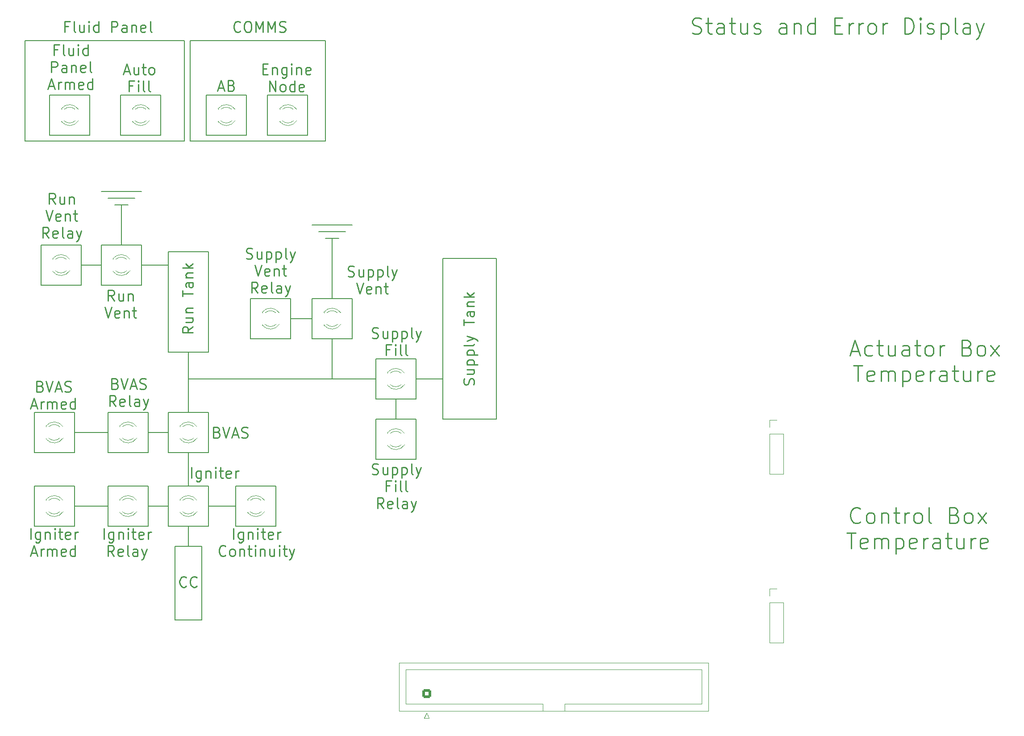
<source format=gto>
%TF.GenerationSoftware,KiCad,Pcbnew,(6.0.8)*%
%TF.CreationDate,2022-12-20T11:39:24-06:00*%
%TF.ProjectId,Display Board,44697370-6c61-4792-9042-6f6172642e6b,rev?*%
%TF.SameCoordinates,Original*%
%TF.FileFunction,Legend,Top*%
%TF.FilePolarity,Positive*%
%FSLAX46Y46*%
G04 Gerber Fmt 4.6, Leading zero omitted, Abs format (unit mm)*
G04 Created by KiCad (PCBNEW (6.0.8)) date 2022-12-20 11:39:24*
%MOMM*%
%LPD*%
G01*
G04 APERTURE LIST*
G04 Aperture macros list*
%AMRoundRect*
0 Rectangle with rounded corners*
0 $1 Rounding radius*
0 $2 $3 $4 $5 $6 $7 $8 $9 X,Y pos of 4 corners*
0 Add a 4 corners polygon primitive as box body*
4,1,4,$2,$3,$4,$5,$6,$7,$8,$9,$2,$3,0*
0 Add four circle primitives for the rounded corners*
1,1,$1+$1,$2,$3*
1,1,$1+$1,$4,$5*
1,1,$1+$1,$6,$7*
1,1,$1+$1,$8,$9*
0 Add four rect primitives between the rounded corners*
20,1,$1+$1,$2,$3,$4,$5,0*
20,1,$1+$1,$4,$5,$6,$7,0*
20,1,$1+$1,$6,$7,$8,$9,0*
20,1,$1+$1,$8,$9,$2,$3,0*%
G04 Aperture macros list end*
%ADD10C,0.150000*%
%ADD11C,0.250000*%
%ADD12C,0.120000*%
%ADD13R,1.800000X1.800000*%
%ADD14C,1.800000*%
%ADD15C,1.524000*%
%ADD16RoundRect,0.250000X0.600000X-0.600000X0.600000X0.600000X-0.600000X0.600000X-0.600000X-0.600000X0*%
%ADD17C,1.700000*%
%ADD18R,1.700000X1.700000*%
%ADD19O,1.700000X1.700000*%
%ADD20C,1.600000*%
%ADD21O,1.600000X1.600000*%
G04 APERTURE END LIST*
D10*
X78869500Y-168300000D02*
X83949500Y-168300000D01*
X83949500Y-168300000D02*
X83949500Y-182270000D01*
X83949500Y-182270000D02*
X78869500Y-182270000D01*
X78869500Y-182270000D02*
X78869500Y-168300000D01*
X124589500Y-136550000D02*
X129669500Y-136550000D01*
X81409500Y-153060000D02*
X81409500Y-156870000D01*
X104902000Y-121310000D02*
X112522000Y-121310000D01*
X112522000Y-121310000D02*
X112522000Y-128930000D01*
X112522000Y-128930000D02*
X104902000Y-128930000D01*
X104902000Y-128930000D02*
X104902000Y-121310000D01*
X59819500Y-160680000D02*
X66169500Y-160680000D01*
X81409500Y-136550000D02*
X81409500Y-131470000D01*
X64899500Y-111150000D02*
X72519500Y-111150000D01*
X72519500Y-111150000D02*
X72519500Y-118770000D01*
X72519500Y-118770000D02*
X64899500Y-118770000D01*
X64899500Y-118770000D02*
X64899500Y-111150000D01*
X108712000Y-121310000D02*
X108712000Y-109880000D01*
X77599500Y-142900000D02*
X85219500Y-142900000D01*
X85219500Y-142900000D02*
X85219500Y-150520000D01*
X85219500Y-150520000D02*
X77599500Y-150520000D01*
X77599500Y-150520000D02*
X77599500Y-142900000D01*
X90424000Y-156870000D02*
X98044000Y-156870000D01*
X98044000Y-156870000D02*
X98044000Y-164490000D01*
X98044000Y-164490000D02*
X90424000Y-164490000D01*
X90424000Y-164490000D02*
X90424000Y-156870000D01*
X66169500Y-156870000D02*
X73789500Y-156870000D01*
X73789500Y-156870000D02*
X73789500Y-164490000D01*
X73789500Y-164490000D02*
X66169500Y-164490000D01*
X66169500Y-164490000D02*
X66169500Y-156870000D01*
X64899500Y-100990000D02*
X72519500Y-100990000D01*
X81409500Y-142900000D02*
X81409500Y-136550000D01*
X52199500Y-156870000D02*
X59819500Y-156870000D01*
X59819500Y-156870000D02*
X59819500Y-164490000D01*
X59819500Y-164490000D02*
X52199500Y-164490000D01*
X52199500Y-164490000D02*
X52199500Y-156870000D01*
X59819500Y-146710000D02*
X66169500Y-146710000D01*
X52199500Y-142900000D02*
X59819500Y-142900000D01*
X59819500Y-142900000D02*
X59819500Y-150520000D01*
X59819500Y-150520000D02*
X52199500Y-150520000D01*
X52199500Y-150520000D02*
X52199500Y-142900000D01*
X77599500Y-156870000D02*
X85219500Y-156870000D01*
X85219500Y-156870000D02*
X85219500Y-164490000D01*
X85219500Y-164490000D02*
X77599500Y-164490000D01*
X77599500Y-164490000D02*
X77599500Y-156870000D01*
X81409500Y-142900000D02*
X81409500Y-140360000D01*
X116969500Y-136550000D02*
X114429500Y-136550000D01*
X104902000Y-107340000D02*
X112522000Y-107340000D01*
X120779500Y-142900000D02*
X120779500Y-144170000D01*
X55118000Y-82702000D02*
X62738000Y-82702000D01*
X62738000Y-82702000D02*
X62738000Y-90322000D01*
X62738000Y-90322000D02*
X55118000Y-90322000D01*
X55118000Y-90322000D02*
X55118000Y-82702000D01*
X100838000Y-125120000D02*
X104902000Y-125120000D01*
X116969500Y-144170000D02*
X124589500Y-144170000D01*
X124589500Y-144170000D02*
X124589500Y-151790000D01*
X124589500Y-151790000D02*
X116969500Y-151790000D01*
X116969500Y-151790000D02*
X116969500Y-144170000D01*
X106172000Y-108610000D02*
X111252000Y-108610000D01*
X96395500Y-82702000D02*
X104015500Y-82702000D01*
X104015500Y-82702000D02*
X104015500Y-90322000D01*
X104015500Y-90322000D02*
X96395500Y-90322000D01*
X96395500Y-90322000D02*
X96395500Y-82702000D01*
X108712000Y-136550000D02*
X108712000Y-128930000D01*
X77599500Y-112420000D02*
X85219500Y-112420000D01*
X85219500Y-112420000D02*
X85219500Y-131470000D01*
X85219500Y-131470000D02*
X77599500Y-131470000D01*
X77599500Y-131470000D02*
X77599500Y-112420000D01*
X73789500Y-160680000D02*
X77599500Y-160680000D01*
X50421500Y-72390000D02*
X80647500Y-72390000D01*
X80647500Y-72390000D02*
X80647500Y-91440000D01*
X80647500Y-91440000D02*
X50421500Y-91440000D01*
X50421500Y-91440000D02*
X50421500Y-72390000D01*
X67439500Y-103530000D02*
X69979500Y-103530000D01*
X84813539Y-82702000D02*
X92433539Y-82702000D01*
X92433539Y-82702000D02*
X92433539Y-90322000D01*
X92433539Y-90322000D02*
X84813539Y-90322000D01*
X84813539Y-90322000D02*
X84813539Y-82702000D01*
X66169500Y-142900000D02*
X73789500Y-142900000D01*
X73789500Y-142900000D02*
X73789500Y-150520000D01*
X73789500Y-150520000D02*
X66169500Y-150520000D01*
X66169500Y-150520000D02*
X66169500Y-142900000D01*
X53469500Y-111150000D02*
X61089500Y-111150000D01*
X61089500Y-111150000D02*
X61089500Y-118770000D01*
X61089500Y-118770000D02*
X53469500Y-118770000D01*
X53469500Y-118770000D02*
X53469500Y-111150000D01*
X68709500Y-111150000D02*
X68709500Y-103530000D01*
X66169500Y-102260000D02*
X71249500Y-102260000D01*
X116969500Y-132740000D02*
X124589500Y-132740000D01*
X124589500Y-132740000D02*
X124589500Y-140360000D01*
X124589500Y-140360000D02*
X116969500Y-140360000D01*
X116969500Y-140360000D02*
X116969500Y-132740000D01*
X81409500Y-165760000D02*
X81409500Y-168300000D01*
X61089500Y-114960000D02*
X64899500Y-114960000D01*
X81409500Y-165760000D02*
X81409500Y-164490000D01*
X81765539Y-72390000D02*
X107419539Y-72390000D01*
X107419539Y-72390000D02*
X107419539Y-91440000D01*
X107419539Y-91440000D02*
X81765539Y-91440000D01*
X81765539Y-91440000D02*
X81765539Y-72390000D01*
X120779500Y-142900000D02*
X120779500Y-140360000D01*
X68580000Y-82702000D02*
X76200000Y-82702000D01*
X76200000Y-82702000D02*
X76200000Y-90322000D01*
X76200000Y-90322000D02*
X68580000Y-90322000D01*
X68580000Y-90322000D02*
X68580000Y-82702000D01*
X73789500Y-146710000D02*
X77599500Y-146710000D01*
X85219500Y-160680000D02*
X90424000Y-160680000D01*
X107442000Y-109880000D02*
X109982000Y-109880000D01*
X100459500Y-136550000D02*
X81409500Y-136550000D01*
X129669500Y-113690000D02*
X139829500Y-113690000D01*
X139829500Y-113690000D02*
X139829500Y-144170000D01*
X139829500Y-144170000D02*
X129669500Y-144170000D01*
X129669500Y-144170000D02*
X129669500Y-113690000D01*
X77599500Y-114960000D02*
X72519500Y-114960000D01*
X93218000Y-121310000D02*
X100838000Y-121310000D01*
X100838000Y-121310000D02*
X100838000Y-128930000D01*
X100838000Y-128930000D02*
X93218000Y-128930000D01*
X93218000Y-128930000D02*
X93218000Y-121310000D01*
X114429500Y-136550000D02*
X97282000Y-136550000D01*
X81409500Y-153060000D02*
X81409500Y-150520000D01*
D11*
X116332571Y-128739523D02*
X116618285Y-128834761D01*
X117094476Y-128834761D01*
X117284952Y-128739523D01*
X117380190Y-128644285D01*
X117475428Y-128453809D01*
X117475428Y-128263333D01*
X117380190Y-128072857D01*
X117284952Y-127977619D01*
X117094476Y-127882380D01*
X116713523Y-127787142D01*
X116523047Y-127691904D01*
X116427809Y-127596666D01*
X116332571Y-127406190D01*
X116332571Y-127215714D01*
X116427809Y-127025238D01*
X116523047Y-126930000D01*
X116713523Y-126834761D01*
X117189714Y-126834761D01*
X117475428Y-126930000D01*
X119189714Y-127501428D02*
X119189714Y-128834761D01*
X118332571Y-127501428D02*
X118332571Y-128549047D01*
X118427809Y-128739523D01*
X118618285Y-128834761D01*
X118904000Y-128834761D01*
X119094476Y-128739523D01*
X119189714Y-128644285D01*
X120142095Y-127501428D02*
X120142095Y-129501428D01*
X120142095Y-127596666D02*
X120332571Y-127501428D01*
X120713523Y-127501428D01*
X120904000Y-127596666D01*
X120999238Y-127691904D01*
X121094476Y-127882380D01*
X121094476Y-128453809D01*
X120999238Y-128644285D01*
X120904000Y-128739523D01*
X120713523Y-128834761D01*
X120332571Y-128834761D01*
X120142095Y-128739523D01*
X121951619Y-127501428D02*
X121951619Y-129501428D01*
X121951619Y-127596666D02*
X122142095Y-127501428D01*
X122523047Y-127501428D01*
X122713523Y-127596666D01*
X122808761Y-127691904D01*
X122904000Y-127882380D01*
X122904000Y-128453809D01*
X122808761Y-128644285D01*
X122713523Y-128739523D01*
X122523047Y-128834761D01*
X122142095Y-128834761D01*
X121951619Y-128739523D01*
X124046857Y-128834761D02*
X123856380Y-128739523D01*
X123761142Y-128549047D01*
X123761142Y-126834761D01*
X124618285Y-127501428D02*
X125094476Y-128834761D01*
X125570666Y-127501428D02*
X125094476Y-128834761D01*
X124904000Y-129310952D01*
X124808761Y-129406190D01*
X124618285Y-129501428D01*
X119665904Y-131007142D02*
X118999238Y-131007142D01*
X118999238Y-132054761D02*
X118999238Y-130054761D01*
X119951619Y-130054761D01*
X120713523Y-132054761D02*
X120713523Y-130721428D01*
X120713523Y-130054761D02*
X120618285Y-130150000D01*
X120713523Y-130245238D01*
X120808761Y-130150000D01*
X120713523Y-130054761D01*
X120713523Y-130245238D01*
X121951619Y-132054761D02*
X121761142Y-131959523D01*
X121665904Y-131769047D01*
X121665904Y-130054761D01*
X122999238Y-132054761D02*
X122808761Y-131959523D01*
X122713523Y-131769047D01*
X122713523Y-130054761D01*
X92456571Y-113667523D02*
X92742285Y-113762761D01*
X93218476Y-113762761D01*
X93408952Y-113667523D01*
X93504190Y-113572285D01*
X93599428Y-113381809D01*
X93599428Y-113191333D01*
X93504190Y-113000857D01*
X93408952Y-112905619D01*
X93218476Y-112810380D01*
X92837523Y-112715142D01*
X92647047Y-112619904D01*
X92551809Y-112524666D01*
X92456571Y-112334190D01*
X92456571Y-112143714D01*
X92551809Y-111953238D01*
X92647047Y-111858000D01*
X92837523Y-111762761D01*
X93313714Y-111762761D01*
X93599428Y-111858000D01*
X95313714Y-112429428D02*
X95313714Y-113762761D01*
X94456571Y-112429428D02*
X94456571Y-113477047D01*
X94551809Y-113667523D01*
X94742285Y-113762761D01*
X95028000Y-113762761D01*
X95218476Y-113667523D01*
X95313714Y-113572285D01*
X96266095Y-112429428D02*
X96266095Y-114429428D01*
X96266095Y-112524666D02*
X96456571Y-112429428D01*
X96837523Y-112429428D01*
X97028000Y-112524666D01*
X97123238Y-112619904D01*
X97218476Y-112810380D01*
X97218476Y-113381809D01*
X97123238Y-113572285D01*
X97028000Y-113667523D01*
X96837523Y-113762761D01*
X96456571Y-113762761D01*
X96266095Y-113667523D01*
X98075619Y-112429428D02*
X98075619Y-114429428D01*
X98075619Y-112524666D02*
X98266095Y-112429428D01*
X98647047Y-112429428D01*
X98837523Y-112524666D01*
X98932761Y-112619904D01*
X99028000Y-112810380D01*
X99028000Y-113381809D01*
X98932761Y-113572285D01*
X98837523Y-113667523D01*
X98647047Y-113762761D01*
X98266095Y-113762761D01*
X98075619Y-113667523D01*
X100170857Y-113762761D02*
X99980380Y-113667523D01*
X99885142Y-113477047D01*
X99885142Y-111762761D01*
X100742285Y-112429428D02*
X101218476Y-113762761D01*
X101694666Y-112429428D02*
X101218476Y-113762761D01*
X101028000Y-114238952D01*
X100932761Y-114334190D01*
X100742285Y-114429428D01*
X94028000Y-114982761D02*
X94694666Y-116982761D01*
X95361333Y-114982761D01*
X96789904Y-116887523D02*
X96599428Y-116982761D01*
X96218476Y-116982761D01*
X96028000Y-116887523D01*
X95932761Y-116697047D01*
X95932761Y-115935142D01*
X96028000Y-115744666D01*
X96218476Y-115649428D01*
X96599428Y-115649428D01*
X96789904Y-115744666D01*
X96885142Y-115935142D01*
X96885142Y-116125619D01*
X95932761Y-116316095D01*
X97742285Y-115649428D02*
X97742285Y-116982761D01*
X97742285Y-115839904D02*
X97837523Y-115744666D01*
X98028000Y-115649428D01*
X98313714Y-115649428D01*
X98504190Y-115744666D01*
X98599428Y-115935142D01*
X98599428Y-116982761D01*
X99266095Y-115649428D02*
X100028000Y-115649428D01*
X99551809Y-114982761D02*
X99551809Y-116697047D01*
X99647047Y-116887523D01*
X99837523Y-116982761D01*
X100028000Y-116982761D01*
X94599428Y-120202761D02*
X93932761Y-119250380D01*
X93456571Y-120202761D02*
X93456571Y-118202761D01*
X94218476Y-118202761D01*
X94408952Y-118298000D01*
X94504190Y-118393238D01*
X94599428Y-118583714D01*
X94599428Y-118869428D01*
X94504190Y-119059904D01*
X94408952Y-119155142D01*
X94218476Y-119250380D01*
X93456571Y-119250380D01*
X96218476Y-120107523D02*
X96028000Y-120202761D01*
X95647047Y-120202761D01*
X95456571Y-120107523D01*
X95361333Y-119917047D01*
X95361333Y-119155142D01*
X95456571Y-118964666D01*
X95647047Y-118869428D01*
X96028000Y-118869428D01*
X96218476Y-118964666D01*
X96313714Y-119155142D01*
X96313714Y-119345619D01*
X95361333Y-119536095D01*
X97456571Y-120202761D02*
X97266095Y-120107523D01*
X97170857Y-119917047D01*
X97170857Y-118202761D01*
X99075619Y-120202761D02*
X99075619Y-119155142D01*
X98980380Y-118964666D01*
X98789904Y-118869428D01*
X98408952Y-118869428D01*
X98218476Y-118964666D01*
X99075619Y-120107523D02*
X98885142Y-120202761D01*
X98408952Y-120202761D01*
X98218476Y-120107523D01*
X98123238Y-119917047D01*
X98123238Y-119726571D01*
X98218476Y-119536095D01*
X98408952Y-119440857D01*
X98885142Y-119440857D01*
X99075619Y-119345619D01*
X99837523Y-118869428D02*
X100313714Y-120202761D01*
X100789904Y-118869428D02*
X100313714Y-120202761D01*
X100123238Y-120678952D01*
X100028000Y-120774190D01*
X99837523Y-120869428D01*
X69278857Y-78225333D02*
X70231238Y-78225333D01*
X69088380Y-78796761D02*
X69755047Y-76796761D01*
X70421714Y-78796761D01*
X71945523Y-77463428D02*
X71945523Y-78796761D01*
X71088380Y-77463428D02*
X71088380Y-78511047D01*
X71183619Y-78701523D01*
X71374095Y-78796761D01*
X71659809Y-78796761D01*
X71850285Y-78701523D01*
X71945523Y-78606285D01*
X72612190Y-77463428D02*
X73374095Y-77463428D01*
X72897904Y-76796761D02*
X72897904Y-78511047D01*
X72993142Y-78701523D01*
X73183619Y-78796761D01*
X73374095Y-78796761D01*
X74326476Y-78796761D02*
X74136000Y-78701523D01*
X74040761Y-78606285D01*
X73945523Y-78415809D01*
X73945523Y-77844380D01*
X74040761Y-77653904D01*
X74136000Y-77558666D01*
X74326476Y-77463428D01*
X74612190Y-77463428D01*
X74802666Y-77558666D01*
X74897904Y-77653904D01*
X74993142Y-77844380D01*
X74993142Y-78415809D01*
X74897904Y-78606285D01*
X74802666Y-78701523D01*
X74612190Y-78796761D01*
X74326476Y-78796761D01*
X70897904Y-80969142D02*
X70231238Y-80969142D01*
X70231238Y-82016761D02*
X70231238Y-80016761D01*
X71183619Y-80016761D01*
X71945523Y-82016761D02*
X71945523Y-80683428D01*
X71945523Y-80016761D02*
X71850285Y-80112000D01*
X71945523Y-80207238D01*
X72040761Y-80112000D01*
X71945523Y-80016761D01*
X71945523Y-80207238D01*
X73183619Y-82016761D02*
X72993142Y-81921523D01*
X72897904Y-81731047D01*
X72897904Y-80016761D01*
X74231238Y-82016761D02*
X74040761Y-81921523D01*
X73945523Y-81731047D01*
X73945523Y-80016761D01*
X207180928Y-131333000D02*
X208609500Y-131333000D01*
X206895214Y-132190142D02*
X207895214Y-129190142D01*
X208895214Y-132190142D01*
X211180928Y-132047285D02*
X210895214Y-132190142D01*
X210323785Y-132190142D01*
X210038071Y-132047285D01*
X209895214Y-131904428D01*
X209752357Y-131618714D01*
X209752357Y-130761571D01*
X209895214Y-130475857D01*
X210038071Y-130333000D01*
X210323785Y-130190142D01*
X210895214Y-130190142D01*
X211180928Y-130333000D01*
X212038071Y-130190142D02*
X213180928Y-130190142D01*
X212466642Y-129190142D02*
X212466642Y-131761571D01*
X212609500Y-132047285D01*
X212895214Y-132190142D01*
X213180928Y-132190142D01*
X215466642Y-130190142D02*
X215466642Y-132190142D01*
X214180928Y-130190142D02*
X214180928Y-131761571D01*
X214323785Y-132047285D01*
X214609500Y-132190142D01*
X215038071Y-132190142D01*
X215323785Y-132047285D01*
X215466642Y-131904428D01*
X218180928Y-132190142D02*
X218180928Y-130618714D01*
X218038071Y-130333000D01*
X217752357Y-130190142D01*
X217180928Y-130190142D01*
X216895214Y-130333000D01*
X218180928Y-132047285D02*
X217895214Y-132190142D01*
X217180928Y-132190142D01*
X216895214Y-132047285D01*
X216752357Y-131761571D01*
X216752357Y-131475857D01*
X216895214Y-131190142D01*
X217180928Y-131047285D01*
X217895214Y-131047285D01*
X218180928Y-130904428D01*
X219180928Y-130190142D02*
X220323785Y-130190142D01*
X219609500Y-129190142D02*
X219609500Y-131761571D01*
X219752357Y-132047285D01*
X220038071Y-132190142D01*
X220323785Y-132190142D01*
X221752357Y-132190142D02*
X221466642Y-132047285D01*
X221323785Y-131904428D01*
X221180928Y-131618714D01*
X221180928Y-130761571D01*
X221323785Y-130475857D01*
X221466642Y-130333000D01*
X221752357Y-130190142D01*
X222180928Y-130190142D01*
X222466642Y-130333000D01*
X222609500Y-130475857D01*
X222752357Y-130761571D01*
X222752357Y-131618714D01*
X222609500Y-131904428D01*
X222466642Y-132047285D01*
X222180928Y-132190142D01*
X221752357Y-132190142D01*
X224038071Y-132190142D02*
X224038071Y-130190142D01*
X224038071Y-130761571D02*
X224180928Y-130475857D01*
X224323785Y-130333000D01*
X224609500Y-130190142D01*
X224895214Y-130190142D01*
X229180928Y-130618714D02*
X229609500Y-130761571D01*
X229752357Y-130904428D01*
X229895214Y-131190142D01*
X229895214Y-131618714D01*
X229752357Y-131904428D01*
X229609500Y-132047285D01*
X229323785Y-132190142D01*
X228180928Y-132190142D01*
X228180928Y-129190142D01*
X229180928Y-129190142D01*
X229466642Y-129333000D01*
X229609500Y-129475857D01*
X229752357Y-129761571D01*
X229752357Y-130047285D01*
X229609500Y-130333000D01*
X229466642Y-130475857D01*
X229180928Y-130618714D01*
X228180928Y-130618714D01*
X231609500Y-132190142D02*
X231323785Y-132047285D01*
X231180928Y-131904428D01*
X231038071Y-131618714D01*
X231038071Y-130761571D01*
X231180928Y-130475857D01*
X231323785Y-130333000D01*
X231609500Y-130190142D01*
X232038071Y-130190142D01*
X232323785Y-130333000D01*
X232466642Y-130475857D01*
X232609500Y-130761571D01*
X232609500Y-131618714D01*
X232466642Y-131904428D01*
X232323785Y-132047285D01*
X232038071Y-132190142D01*
X231609500Y-132190142D01*
X233609500Y-132190142D02*
X235180928Y-130190142D01*
X233609500Y-130190142D02*
X235180928Y-132190142D01*
X207609500Y-134020142D02*
X209323785Y-134020142D01*
X208466642Y-137020142D02*
X208466642Y-134020142D01*
X211466642Y-136877285D02*
X211180928Y-137020142D01*
X210609500Y-137020142D01*
X210323785Y-136877285D01*
X210180928Y-136591571D01*
X210180928Y-135448714D01*
X210323785Y-135163000D01*
X210609500Y-135020142D01*
X211180928Y-135020142D01*
X211466642Y-135163000D01*
X211609500Y-135448714D01*
X211609500Y-135734428D01*
X210180928Y-136020142D01*
X212895214Y-137020142D02*
X212895214Y-135020142D01*
X212895214Y-135305857D02*
X213038071Y-135163000D01*
X213323785Y-135020142D01*
X213752357Y-135020142D01*
X214038071Y-135163000D01*
X214180928Y-135448714D01*
X214180928Y-137020142D01*
X214180928Y-135448714D02*
X214323785Y-135163000D01*
X214609500Y-135020142D01*
X215038071Y-135020142D01*
X215323785Y-135163000D01*
X215466642Y-135448714D01*
X215466642Y-137020142D01*
X216895214Y-135020142D02*
X216895214Y-138020142D01*
X216895214Y-135163000D02*
X217180928Y-135020142D01*
X217752357Y-135020142D01*
X218038071Y-135163000D01*
X218180928Y-135305857D01*
X218323785Y-135591571D01*
X218323785Y-136448714D01*
X218180928Y-136734428D01*
X218038071Y-136877285D01*
X217752357Y-137020142D01*
X217180928Y-137020142D01*
X216895214Y-136877285D01*
X220752357Y-136877285D02*
X220466642Y-137020142D01*
X219895214Y-137020142D01*
X219609500Y-136877285D01*
X219466642Y-136591571D01*
X219466642Y-135448714D01*
X219609500Y-135163000D01*
X219895214Y-135020142D01*
X220466642Y-135020142D01*
X220752357Y-135163000D01*
X220895214Y-135448714D01*
X220895214Y-135734428D01*
X219466642Y-136020142D01*
X222180928Y-137020142D02*
X222180928Y-135020142D01*
X222180928Y-135591571D02*
X222323785Y-135305857D01*
X222466642Y-135163000D01*
X222752357Y-135020142D01*
X223038071Y-135020142D01*
X225323785Y-137020142D02*
X225323785Y-135448714D01*
X225180928Y-135163000D01*
X224895214Y-135020142D01*
X224323785Y-135020142D01*
X224038071Y-135163000D01*
X225323785Y-136877285D02*
X225038071Y-137020142D01*
X224323785Y-137020142D01*
X224038071Y-136877285D01*
X223895214Y-136591571D01*
X223895214Y-136305857D01*
X224038071Y-136020142D01*
X224323785Y-135877285D01*
X225038071Y-135877285D01*
X225323785Y-135734428D01*
X226323785Y-135020142D02*
X227466642Y-135020142D01*
X226752357Y-134020142D02*
X226752357Y-136591571D01*
X226895214Y-136877285D01*
X227180928Y-137020142D01*
X227466642Y-137020142D01*
X229752357Y-135020142D02*
X229752357Y-137020142D01*
X228466642Y-135020142D02*
X228466642Y-136591571D01*
X228609500Y-136877285D01*
X228895214Y-137020142D01*
X229323785Y-137020142D01*
X229609500Y-136877285D01*
X229752357Y-136734428D01*
X231180928Y-137020142D02*
X231180928Y-135020142D01*
X231180928Y-135591571D02*
X231323785Y-135305857D01*
X231466642Y-135163000D01*
X231752357Y-135020142D01*
X232038071Y-135020142D01*
X234180928Y-136877285D02*
X233895214Y-137020142D01*
X233323785Y-137020142D01*
X233038071Y-136877285D01*
X232895214Y-136591571D01*
X232895214Y-135448714D01*
X233038071Y-135163000D01*
X233323785Y-135020142D01*
X233895214Y-135020142D01*
X234180928Y-135163000D01*
X234323785Y-135448714D01*
X234323785Y-135734428D01*
X232895214Y-136020142D01*
X53356190Y-137947142D02*
X53641904Y-138042380D01*
X53737142Y-138137619D01*
X53832380Y-138328095D01*
X53832380Y-138613809D01*
X53737142Y-138804285D01*
X53641904Y-138899523D01*
X53451428Y-138994761D01*
X52689523Y-138994761D01*
X52689523Y-136994761D01*
X53356190Y-136994761D01*
X53546666Y-137090000D01*
X53641904Y-137185238D01*
X53737142Y-137375714D01*
X53737142Y-137566190D01*
X53641904Y-137756666D01*
X53546666Y-137851904D01*
X53356190Y-137947142D01*
X52689523Y-137947142D01*
X54403809Y-136994761D02*
X55070476Y-138994761D01*
X55737142Y-136994761D01*
X56308571Y-138423333D02*
X57260952Y-138423333D01*
X56118095Y-138994761D02*
X56784761Y-136994761D01*
X57451428Y-138994761D01*
X58022857Y-138899523D02*
X58308571Y-138994761D01*
X58784761Y-138994761D01*
X58975238Y-138899523D01*
X59070476Y-138804285D01*
X59165714Y-138613809D01*
X59165714Y-138423333D01*
X59070476Y-138232857D01*
X58975238Y-138137619D01*
X58784761Y-138042380D01*
X58403809Y-137947142D01*
X58213333Y-137851904D01*
X58118095Y-137756666D01*
X58022857Y-137566190D01*
X58022857Y-137375714D01*
X58118095Y-137185238D01*
X58213333Y-137090000D01*
X58403809Y-136994761D01*
X58880000Y-136994761D01*
X59165714Y-137090000D01*
X51689523Y-141643333D02*
X52641904Y-141643333D01*
X51499047Y-142214761D02*
X52165714Y-140214761D01*
X52832380Y-142214761D01*
X53499047Y-142214761D02*
X53499047Y-140881428D01*
X53499047Y-141262380D02*
X53594285Y-141071904D01*
X53689523Y-140976666D01*
X53880000Y-140881428D01*
X54070476Y-140881428D01*
X54737142Y-142214761D02*
X54737142Y-140881428D01*
X54737142Y-141071904D02*
X54832380Y-140976666D01*
X55022857Y-140881428D01*
X55308571Y-140881428D01*
X55499047Y-140976666D01*
X55594285Y-141167142D01*
X55594285Y-142214761D01*
X55594285Y-141167142D02*
X55689523Y-140976666D01*
X55880000Y-140881428D01*
X56165714Y-140881428D01*
X56356190Y-140976666D01*
X56451428Y-141167142D01*
X56451428Y-142214761D01*
X58165714Y-142119523D02*
X57975238Y-142214761D01*
X57594285Y-142214761D01*
X57403809Y-142119523D01*
X57308571Y-141929047D01*
X57308571Y-141167142D01*
X57403809Y-140976666D01*
X57594285Y-140881428D01*
X57975238Y-140881428D01*
X58165714Y-140976666D01*
X58260952Y-141167142D01*
X58260952Y-141357619D01*
X57308571Y-141548095D01*
X59975238Y-142214761D02*
X59975238Y-140214761D01*
X59975238Y-142119523D02*
X59784761Y-142214761D01*
X59403809Y-142214761D01*
X59213333Y-142119523D01*
X59118095Y-142024285D01*
X59022857Y-141833809D01*
X59022857Y-141262380D01*
X59118095Y-141071904D01*
X59213333Y-140976666D01*
X59403809Y-140881428D01*
X59784761Y-140881428D01*
X59975238Y-140976666D01*
X82314261Y-126643333D02*
X81361880Y-127310000D01*
X82314261Y-127786190D02*
X80314261Y-127786190D01*
X80314261Y-127024285D01*
X80409500Y-126833809D01*
X80504738Y-126738571D01*
X80695214Y-126643333D01*
X80980928Y-126643333D01*
X81171404Y-126738571D01*
X81266642Y-126833809D01*
X81361880Y-127024285D01*
X81361880Y-127786190D01*
X80980928Y-124929047D02*
X82314261Y-124929047D01*
X80980928Y-125786190D02*
X82028547Y-125786190D01*
X82219023Y-125690952D01*
X82314261Y-125500476D01*
X82314261Y-125214761D01*
X82219023Y-125024285D01*
X82123785Y-124929047D01*
X80980928Y-123976666D02*
X82314261Y-123976666D01*
X81171404Y-123976666D02*
X81076166Y-123881428D01*
X80980928Y-123690952D01*
X80980928Y-123405238D01*
X81076166Y-123214761D01*
X81266642Y-123119523D01*
X82314261Y-123119523D01*
X80314261Y-120929047D02*
X80314261Y-119786190D01*
X82314261Y-120357619D02*
X80314261Y-120357619D01*
X82314261Y-118262380D02*
X81266642Y-118262380D01*
X81076166Y-118357619D01*
X80980928Y-118548095D01*
X80980928Y-118929047D01*
X81076166Y-119119523D01*
X82219023Y-118262380D02*
X82314261Y-118452857D01*
X82314261Y-118929047D01*
X82219023Y-119119523D01*
X82028547Y-119214761D01*
X81838071Y-119214761D01*
X81647595Y-119119523D01*
X81552357Y-118929047D01*
X81552357Y-118452857D01*
X81457119Y-118262380D01*
X80980928Y-117310000D02*
X82314261Y-117310000D01*
X81171404Y-117310000D02*
X81076166Y-117214761D01*
X80980928Y-117024285D01*
X80980928Y-116738571D01*
X81076166Y-116548095D01*
X81266642Y-116452857D01*
X82314261Y-116452857D01*
X82314261Y-115500476D02*
X80314261Y-115500476D01*
X81552357Y-115310000D02*
X82314261Y-114738571D01*
X80980928Y-114738571D02*
X81742833Y-115500476D01*
X81028547Y-175872285D02*
X80933309Y-175967523D01*
X80647595Y-176062761D01*
X80457119Y-176062761D01*
X80171404Y-175967523D01*
X79980928Y-175777047D01*
X79885690Y-175586571D01*
X79790452Y-175205619D01*
X79790452Y-174919904D01*
X79885690Y-174538952D01*
X79980928Y-174348476D01*
X80171404Y-174158000D01*
X80457119Y-174062761D01*
X80647595Y-174062761D01*
X80933309Y-174158000D01*
X81028547Y-174253238D01*
X83028547Y-175872285D02*
X82933309Y-175967523D01*
X82647595Y-176062761D01*
X82457119Y-176062761D01*
X82171404Y-175967523D01*
X81980928Y-175777047D01*
X81885690Y-175586571D01*
X81790452Y-175205619D01*
X81790452Y-174919904D01*
X81885690Y-174538952D01*
X81980928Y-174348476D01*
X82171404Y-174158000D01*
X82457119Y-174062761D01*
X82647595Y-174062761D01*
X82933309Y-174158000D01*
X83028547Y-174253238D01*
X56663190Y-74107142D02*
X55996523Y-74107142D01*
X55996523Y-75154761D02*
X55996523Y-73154761D01*
X56948904Y-73154761D01*
X57996523Y-75154761D02*
X57806047Y-75059523D01*
X57710809Y-74869047D01*
X57710809Y-73154761D01*
X59615571Y-73821428D02*
X59615571Y-75154761D01*
X58758428Y-73821428D02*
X58758428Y-74869047D01*
X58853666Y-75059523D01*
X59044142Y-75154761D01*
X59329857Y-75154761D01*
X59520333Y-75059523D01*
X59615571Y-74964285D01*
X60567952Y-75154761D02*
X60567952Y-73821428D01*
X60567952Y-73154761D02*
X60472714Y-73250000D01*
X60567952Y-73345238D01*
X60663190Y-73250000D01*
X60567952Y-73154761D01*
X60567952Y-73345238D01*
X62377476Y-75154761D02*
X62377476Y-73154761D01*
X62377476Y-75059523D02*
X62187000Y-75154761D01*
X61806047Y-75154761D01*
X61615571Y-75059523D01*
X61520333Y-74964285D01*
X61425095Y-74773809D01*
X61425095Y-74202380D01*
X61520333Y-74011904D01*
X61615571Y-73916666D01*
X61806047Y-73821428D01*
X62187000Y-73821428D01*
X62377476Y-73916666D01*
X55472714Y-78374761D02*
X55472714Y-76374761D01*
X56234619Y-76374761D01*
X56425095Y-76470000D01*
X56520333Y-76565238D01*
X56615571Y-76755714D01*
X56615571Y-77041428D01*
X56520333Y-77231904D01*
X56425095Y-77327142D01*
X56234619Y-77422380D01*
X55472714Y-77422380D01*
X58329857Y-78374761D02*
X58329857Y-77327142D01*
X58234619Y-77136666D01*
X58044142Y-77041428D01*
X57663190Y-77041428D01*
X57472714Y-77136666D01*
X58329857Y-78279523D02*
X58139380Y-78374761D01*
X57663190Y-78374761D01*
X57472714Y-78279523D01*
X57377476Y-78089047D01*
X57377476Y-77898571D01*
X57472714Y-77708095D01*
X57663190Y-77612857D01*
X58139380Y-77612857D01*
X58329857Y-77517619D01*
X59282238Y-77041428D02*
X59282238Y-78374761D01*
X59282238Y-77231904D02*
X59377476Y-77136666D01*
X59567952Y-77041428D01*
X59853666Y-77041428D01*
X60044142Y-77136666D01*
X60139380Y-77327142D01*
X60139380Y-78374761D01*
X61853666Y-78279523D02*
X61663190Y-78374761D01*
X61282238Y-78374761D01*
X61091761Y-78279523D01*
X60996523Y-78089047D01*
X60996523Y-77327142D01*
X61091761Y-77136666D01*
X61282238Y-77041428D01*
X61663190Y-77041428D01*
X61853666Y-77136666D01*
X61948904Y-77327142D01*
X61948904Y-77517619D01*
X60996523Y-77708095D01*
X63091761Y-78374761D02*
X62901285Y-78279523D01*
X62806047Y-78089047D01*
X62806047Y-76374761D01*
X54996523Y-81023333D02*
X55948904Y-81023333D01*
X54806047Y-81594761D02*
X55472714Y-79594761D01*
X56139380Y-81594761D01*
X56806047Y-81594761D02*
X56806047Y-80261428D01*
X56806047Y-80642380D02*
X56901285Y-80451904D01*
X56996523Y-80356666D01*
X57187000Y-80261428D01*
X57377476Y-80261428D01*
X58044142Y-81594761D02*
X58044142Y-80261428D01*
X58044142Y-80451904D02*
X58139380Y-80356666D01*
X58329857Y-80261428D01*
X58615571Y-80261428D01*
X58806047Y-80356666D01*
X58901285Y-80547142D01*
X58901285Y-81594761D01*
X58901285Y-80547142D02*
X58996523Y-80356666D01*
X59187000Y-80261428D01*
X59472714Y-80261428D01*
X59663190Y-80356666D01*
X59758428Y-80547142D01*
X59758428Y-81594761D01*
X61472714Y-81499523D02*
X61282238Y-81594761D01*
X60901285Y-81594761D01*
X60710809Y-81499523D01*
X60615571Y-81309047D01*
X60615571Y-80547142D01*
X60710809Y-80356666D01*
X60901285Y-80261428D01*
X61282238Y-80261428D01*
X61472714Y-80356666D01*
X61567952Y-80547142D01*
X61567952Y-80737619D01*
X60615571Y-80928095D01*
X63282238Y-81594761D02*
X63282238Y-79594761D01*
X63282238Y-81499523D02*
X63091761Y-81594761D01*
X62710809Y-81594761D01*
X62520333Y-81499523D01*
X62425095Y-81404285D01*
X62329857Y-81213809D01*
X62329857Y-80642380D01*
X62425095Y-80451904D01*
X62520333Y-80356666D01*
X62710809Y-80261428D01*
X63091761Y-80261428D01*
X63282238Y-80356666D01*
X116332571Y-154561523D02*
X116618285Y-154656761D01*
X117094476Y-154656761D01*
X117284952Y-154561523D01*
X117380190Y-154466285D01*
X117475428Y-154275809D01*
X117475428Y-154085333D01*
X117380190Y-153894857D01*
X117284952Y-153799619D01*
X117094476Y-153704380D01*
X116713523Y-153609142D01*
X116523047Y-153513904D01*
X116427809Y-153418666D01*
X116332571Y-153228190D01*
X116332571Y-153037714D01*
X116427809Y-152847238D01*
X116523047Y-152752000D01*
X116713523Y-152656761D01*
X117189714Y-152656761D01*
X117475428Y-152752000D01*
X119189714Y-153323428D02*
X119189714Y-154656761D01*
X118332571Y-153323428D02*
X118332571Y-154371047D01*
X118427809Y-154561523D01*
X118618285Y-154656761D01*
X118904000Y-154656761D01*
X119094476Y-154561523D01*
X119189714Y-154466285D01*
X120142095Y-153323428D02*
X120142095Y-155323428D01*
X120142095Y-153418666D02*
X120332571Y-153323428D01*
X120713523Y-153323428D01*
X120904000Y-153418666D01*
X120999238Y-153513904D01*
X121094476Y-153704380D01*
X121094476Y-154275809D01*
X120999238Y-154466285D01*
X120904000Y-154561523D01*
X120713523Y-154656761D01*
X120332571Y-154656761D01*
X120142095Y-154561523D01*
X121951619Y-153323428D02*
X121951619Y-155323428D01*
X121951619Y-153418666D02*
X122142095Y-153323428D01*
X122523047Y-153323428D01*
X122713523Y-153418666D01*
X122808761Y-153513904D01*
X122904000Y-153704380D01*
X122904000Y-154275809D01*
X122808761Y-154466285D01*
X122713523Y-154561523D01*
X122523047Y-154656761D01*
X122142095Y-154656761D01*
X121951619Y-154561523D01*
X124046857Y-154656761D02*
X123856380Y-154561523D01*
X123761142Y-154371047D01*
X123761142Y-152656761D01*
X124618285Y-153323428D02*
X125094476Y-154656761D01*
X125570666Y-153323428D02*
X125094476Y-154656761D01*
X124904000Y-155132952D01*
X124808761Y-155228190D01*
X124618285Y-155323428D01*
X119665904Y-156829142D02*
X118999238Y-156829142D01*
X118999238Y-157876761D02*
X118999238Y-155876761D01*
X119951619Y-155876761D01*
X120713523Y-157876761D02*
X120713523Y-156543428D01*
X120713523Y-155876761D02*
X120618285Y-155972000D01*
X120713523Y-156067238D01*
X120808761Y-155972000D01*
X120713523Y-155876761D01*
X120713523Y-156067238D01*
X121951619Y-157876761D02*
X121761142Y-157781523D01*
X121665904Y-157591047D01*
X121665904Y-155876761D01*
X122999238Y-157876761D02*
X122808761Y-157781523D01*
X122713523Y-157591047D01*
X122713523Y-155876761D01*
X118475428Y-161096761D02*
X117808761Y-160144380D01*
X117332571Y-161096761D02*
X117332571Y-159096761D01*
X118094476Y-159096761D01*
X118284952Y-159192000D01*
X118380190Y-159287238D01*
X118475428Y-159477714D01*
X118475428Y-159763428D01*
X118380190Y-159953904D01*
X118284952Y-160049142D01*
X118094476Y-160144380D01*
X117332571Y-160144380D01*
X120094476Y-161001523D02*
X119904000Y-161096761D01*
X119523047Y-161096761D01*
X119332571Y-161001523D01*
X119237333Y-160811047D01*
X119237333Y-160049142D01*
X119332571Y-159858666D01*
X119523047Y-159763428D01*
X119904000Y-159763428D01*
X120094476Y-159858666D01*
X120189714Y-160049142D01*
X120189714Y-160239619D01*
X119237333Y-160430095D01*
X121332571Y-161096761D02*
X121142095Y-161001523D01*
X121046857Y-160811047D01*
X121046857Y-159096761D01*
X122951619Y-161096761D02*
X122951619Y-160049142D01*
X122856380Y-159858666D01*
X122665904Y-159763428D01*
X122284952Y-159763428D01*
X122094476Y-159858666D01*
X122951619Y-161001523D02*
X122761142Y-161096761D01*
X122284952Y-161096761D01*
X122094476Y-161001523D01*
X121999238Y-160811047D01*
X121999238Y-160620571D01*
X122094476Y-160430095D01*
X122284952Y-160334857D01*
X122761142Y-160334857D01*
X122951619Y-160239619D01*
X123713523Y-159763428D02*
X124189714Y-161096761D01*
X124665904Y-159763428D02*
X124189714Y-161096761D01*
X123999238Y-161572952D01*
X123904000Y-161668190D01*
X123713523Y-161763428D01*
X135559023Y-137644285D02*
X135654261Y-137358571D01*
X135654261Y-136882380D01*
X135559023Y-136691904D01*
X135463785Y-136596666D01*
X135273309Y-136501428D01*
X135082833Y-136501428D01*
X134892357Y-136596666D01*
X134797119Y-136691904D01*
X134701880Y-136882380D01*
X134606642Y-137263333D01*
X134511404Y-137453809D01*
X134416166Y-137549047D01*
X134225690Y-137644285D01*
X134035214Y-137644285D01*
X133844738Y-137549047D01*
X133749500Y-137453809D01*
X133654261Y-137263333D01*
X133654261Y-136787142D01*
X133749500Y-136501428D01*
X134320928Y-134787142D02*
X135654261Y-134787142D01*
X134320928Y-135644285D02*
X135368547Y-135644285D01*
X135559023Y-135549047D01*
X135654261Y-135358571D01*
X135654261Y-135072857D01*
X135559023Y-134882380D01*
X135463785Y-134787142D01*
X134320928Y-133834761D02*
X136320928Y-133834761D01*
X134416166Y-133834761D02*
X134320928Y-133644285D01*
X134320928Y-133263333D01*
X134416166Y-133072857D01*
X134511404Y-132977619D01*
X134701880Y-132882380D01*
X135273309Y-132882380D01*
X135463785Y-132977619D01*
X135559023Y-133072857D01*
X135654261Y-133263333D01*
X135654261Y-133644285D01*
X135559023Y-133834761D01*
X134320928Y-132025238D02*
X136320928Y-132025238D01*
X134416166Y-132025238D02*
X134320928Y-131834761D01*
X134320928Y-131453809D01*
X134416166Y-131263333D01*
X134511404Y-131168095D01*
X134701880Y-131072857D01*
X135273309Y-131072857D01*
X135463785Y-131168095D01*
X135559023Y-131263333D01*
X135654261Y-131453809D01*
X135654261Y-131834761D01*
X135559023Y-132025238D01*
X135654261Y-129930000D02*
X135559023Y-130120476D01*
X135368547Y-130215714D01*
X133654261Y-130215714D01*
X134320928Y-129358571D02*
X135654261Y-128882380D01*
X134320928Y-128406190D02*
X135654261Y-128882380D01*
X136130452Y-129072857D01*
X136225690Y-129168095D01*
X136320928Y-129358571D01*
X133654261Y-126406190D02*
X133654261Y-125263333D01*
X135654261Y-125834761D02*
X133654261Y-125834761D01*
X135654261Y-123739523D02*
X134606642Y-123739523D01*
X134416166Y-123834761D01*
X134320928Y-124025238D01*
X134320928Y-124406190D01*
X134416166Y-124596666D01*
X135559023Y-123739523D02*
X135654261Y-123930000D01*
X135654261Y-124406190D01*
X135559023Y-124596666D01*
X135368547Y-124691904D01*
X135178071Y-124691904D01*
X134987595Y-124596666D01*
X134892357Y-124406190D01*
X134892357Y-123930000D01*
X134797119Y-123739523D01*
X134320928Y-122787142D02*
X135654261Y-122787142D01*
X134511404Y-122787142D02*
X134416166Y-122691904D01*
X134320928Y-122501428D01*
X134320928Y-122215714D01*
X134416166Y-122025238D01*
X134606642Y-121930000D01*
X135654261Y-121930000D01*
X135654261Y-120977619D02*
X133654261Y-120977619D01*
X134892357Y-120787142D02*
X135654261Y-120215714D01*
X134320928Y-120215714D02*
X135082833Y-120977619D01*
X111760571Y-117055523D02*
X112046285Y-117150761D01*
X112522476Y-117150761D01*
X112712952Y-117055523D01*
X112808190Y-116960285D01*
X112903428Y-116769809D01*
X112903428Y-116579333D01*
X112808190Y-116388857D01*
X112712952Y-116293619D01*
X112522476Y-116198380D01*
X112141523Y-116103142D01*
X111951047Y-116007904D01*
X111855809Y-115912666D01*
X111760571Y-115722190D01*
X111760571Y-115531714D01*
X111855809Y-115341238D01*
X111951047Y-115246000D01*
X112141523Y-115150761D01*
X112617714Y-115150761D01*
X112903428Y-115246000D01*
X114617714Y-115817428D02*
X114617714Y-117150761D01*
X113760571Y-115817428D02*
X113760571Y-116865047D01*
X113855809Y-117055523D01*
X114046285Y-117150761D01*
X114332000Y-117150761D01*
X114522476Y-117055523D01*
X114617714Y-116960285D01*
X115570095Y-115817428D02*
X115570095Y-117817428D01*
X115570095Y-115912666D02*
X115760571Y-115817428D01*
X116141523Y-115817428D01*
X116332000Y-115912666D01*
X116427238Y-116007904D01*
X116522476Y-116198380D01*
X116522476Y-116769809D01*
X116427238Y-116960285D01*
X116332000Y-117055523D01*
X116141523Y-117150761D01*
X115760571Y-117150761D01*
X115570095Y-117055523D01*
X117379619Y-115817428D02*
X117379619Y-117817428D01*
X117379619Y-115912666D02*
X117570095Y-115817428D01*
X117951047Y-115817428D01*
X118141523Y-115912666D01*
X118236761Y-116007904D01*
X118332000Y-116198380D01*
X118332000Y-116769809D01*
X118236761Y-116960285D01*
X118141523Y-117055523D01*
X117951047Y-117150761D01*
X117570095Y-117150761D01*
X117379619Y-117055523D01*
X119474857Y-117150761D02*
X119284380Y-117055523D01*
X119189142Y-116865047D01*
X119189142Y-115150761D01*
X120046285Y-115817428D02*
X120522476Y-117150761D01*
X120998666Y-115817428D02*
X120522476Y-117150761D01*
X120332000Y-117626952D01*
X120236761Y-117722190D01*
X120046285Y-117817428D01*
X113332000Y-118370761D02*
X113998666Y-120370761D01*
X114665333Y-118370761D01*
X116093904Y-120275523D02*
X115903428Y-120370761D01*
X115522476Y-120370761D01*
X115332000Y-120275523D01*
X115236761Y-120085047D01*
X115236761Y-119323142D01*
X115332000Y-119132666D01*
X115522476Y-119037428D01*
X115903428Y-119037428D01*
X116093904Y-119132666D01*
X116189142Y-119323142D01*
X116189142Y-119513619D01*
X115236761Y-119704095D01*
X117046285Y-119037428D02*
X117046285Y-120370761D01*
X117046285Y-119227904D02*
X117141523Y-119132666D01*
X117332000Y-119037428D01*
X117617714Y-119037428D01*
X117808190Y-119132666D01*
X117903428Y-119323142D01*
X117903428Y-120370761D01*
X118570095Y-119037428D02*
X119332000Y-119037428D01*
X118855809Y-118370761D02*
X118855809Y-120085047D01*
X118951047Y-120275523D01*
X119141523Y-120370761D01*
X119332000Y-120370761D01*
X91306872Y-70564285D02*
X91211634Y-70659523D01*
X90925919Y-70754761D01*
X90735443Y-70754761D01*
X90449729Y-70659523D01*
X90259253Y-70469047D01*
X90164015Y-70278571D01*
X90068777Y-69897619D01*
X90068777Y-69611904D01*
X90164015Y-69230952D01*
X90259253Y-69040476D01*
X90449729Y-68850000D01*
X90735443Y-68754761D01*
X90925919Y-68754761D01*
X91211634Y-68850000D01*
X91306872Y-68945238D01*
X92544967Y-68754761D02*
X92925919Y-68754761D01*
X93116396Y-68850000D01*
X93306872Y-69040476D01*
X93402110Y-69421428D01*
X93402110Y-70088095D01*
X93306872Y-70469047D01*
X93116396Y-70659523D01*
X92925919Y-70754761D01*
X92544967Y-70754761D01*
X92354491Y-70659523D01*
X92164015Y-70469047D01*
X92068777Y-70088095D01*
X92068777Y-69421428D01*
X92164015Y-69040476D01*
X92354491Y-68850000D01*
X92544967Y-68754761D01*
X94259253Y-70754761D02*
X94259253Y-68754761D01*
X94925919Y-70183333D01*
X95592586Y-68754761D01*
X95592586Y-70754761D01*
X96544967Y-70754761D02*
X96544967Y-68754761D01*
X97211634Y-70183333D01*
X97878300Y-68754761D01*
X97878300Y-70754761D01*
X98735443Y-70659523D02*
X99021158Y-70754761D01*
X99497348Y-70754761D01*
X99687824Y-70659523D01*
X99783062Y-70564285D01*
X99878300Y-70373809D01*
X99878300Y-70183333D01*
X99783062Y-69992857D01*
X99687824Y-69897619D01*
X99497348Y-69802380D01*
X99116396Y-69707142D01*
X98925919Y-69611904D01*
X98830681Y-69516666D01*
X98735443Y-69326190D01*
X98735443Y-69135714D01*
X98830681Y-68945238D01*
X98925919Y-68850000D01*
X99116396Y-68754761D01*
X99592586Y-68754761D01*
X99878300Y-68850000D01*
X51546666Y-166934761D02*
X51546666Y-164934761D01*
X53356190Y-165601428D02*
X53356190Y-167220476D01*
X53260952Y-167410952D01*
X53165714Y-167506190D01*
X52975238Y-167601428D01*
X52689523Y-167601428D01*
X52499047Y-167506190D01*
X53356190Y-166839523D02*
X53165714Y-166934761D01*
X52784761Y-166934761D01*
X52594285Y-166839523D01*
X52499047Y-166744285D01*
X52403809Y-166553809D01*
X52403809Y-165982380D01*
X52499047Y-165791904D01*
X52594285Y-165696666D01*
X52784761Y-165601428D01*
X53165714Y-165601428D01*
X53356190Y-165696666D01*
X54308571Y-165601428D02*
X54308571Y-166934761D01*
X54308571Y-165791904D02*
X54403809Y-165696666D01*
X54594285Y-165601428D01*
X54880000Y-165601428D01*
X55070476Y-165696666D01*
X55165714Y-165887142D01*
X55165714Y-166934761D01*
X56118095Y-166934761D02*
X56118095Y-165601428D01*
X56118095Y-164934761D02*
X56022857Y-165030000D01*
X56118095Y-165125238D01*
X56213333Y-165030000D01*
X56118095Y-164934761D01*
X56118095Y-165125238D01*
X56784761Y-165601428D02*
X57546666Y-165601428D01*
X57070476Y-164934761D02*
X57070476Y-166649047D01*
X57165714Y-166839523D01*
X57356190Y-166934761D01*
X57546666Y-166934761D01*
X58975238Y-166839523D02*
X58784761Y-166934761D01*
X58403809Y-166934761D01*
X58213333Y-166839523D01*
X58118095Y-166649047D01*
X58118095Y-165887142D01*
X58213333Y-165696666D01*
X58403809Y-165601428D01*
X58784761Y-165601428D01*
X58975238Y-165696666D01*
X59070476Y-165887142D01*
X59070476Y-166077619D01*
X58118095Y-166268095D01*
X59927619Y-166934761D02*
X59927619Y-165601428D01*
X59927619Y-165982380D02*
X60022857Y-165791904D01*
X60118095Y-165696666D01*
X60308571Y-165601428D01*
X60499047Y-165601428D01*
X51689523Y-169583333D02*
X52641904Y-169583333D01*
X51499047Y-170154761D02*
X52165714Y-168154761D01*
X52832380Y-170154761D01*
X53499047Y-170154761D02*
X53499047Y-168821428D01*
X53499047Y-169202380D02*
X53594285Y-169011904D01*
X53689523Y-168916666D01*
X53880000Y-168821428D01*
X54070476Y-168821428D01*
X54737142Y-170154761D02*
X54737142Y-168821428D01*
X54737142Y-169011904D02*
X54832380Y-168916666D01*
X55022857Y-168821428D01*
X55308571Y-168821428D01*
X55499047Y-168916666D01*
X55594285Y-169107142D01*
X55594285Y-170154761D01*
X55594285Y-169107142D02*
X55689523Y-168916666D01*
X55880000Y-168821428D01*
X56165714Y-168821428D01*
X56356190Y-168916666D01*
X56451428Y-169107142D01*
X56451428Y-170154761D01*
X58165714Y-170059523D02*
X57975238Y-170154761D01*
X57594285Y-170154761D01*
X57403809Y-170059523D01*
X57308571Y-169869047D01*
X57308571Y-169107142D01*
X57403809Y-168916666D01*
X57594285Y-168821428D01*
X57975238Y-168821428D01*
X58165714Y-168916666D01*
X58260952Y-169107142D01*
X58260952Y-169297619D01*
X57308571Y-169488095D01*
X59975238Y-170154761D02*
X59975238Y-168154761D01*
X59975238Y-170059523D02*
X59784761Y-170154761D01*
X59403809Y-170154761D01*
X59213333Y-170059523D01*
X59118095Y-169964285D01*
X59022857Y-169773809D01*
X59022857Y-169202380D01*
X59118095Y-169011904D01*
X59213333Y-168916666D01*
X59403809Y-168821428D01*
X59784761Y-168821428D01*
X59975238Y-168916666D01*
X58693309Y-69707142D02*
X58026642Y-69707142D01*
X58026642Y-70754761D02*
X58026642Y-68754761D01*
X58979023Y-68754761D01*
X60026642Y-70754761D02*
X59836166Y-70659523D01*
X59740928Y-70469047D01*
X59740928Y-68754761D01*
X61645690Y-69421428D02*
X61645690Y-70754761D01*
X60788547Y-69421428D02*
X60788547Y-70469047D01*
X60883785Y-70659523D01*
X61074261Y-70754761D01*
X61359976Y-70754761D01*
X61550452Y-70659523D01*
X61645690Y-70564285D01*
X62598071Y-70754761D02*
X62598071Y-69421428D01*
X62598071Y-68754761D02*
X62502833Y-68850000D01*
X62598071Y-68945238D01*
X62693309Y-68850000D01*
X62598071Y-68754761D01*
X62598071Y-68945238D01*
X64407595Y-70754761D02*
X64407595Y-68754761D01*
X64407595Y-70659523D02*
X64217119Y-70754761D01*
X63836166Y-70754761D01*
X63645690Y-70659523D01*
X63550452Y-70564285D01*
X63455214Y-70373809D01*
X63455214Y-69802380D01*
X63550452Y-69611904D01*
X63645690Y-69516666D01*
X63836166Y-69421428D01*
X64217119Y-69421428D01*
X64407595Y-69516666D01*
X66883785Y-70754761D02*
X66883785Y-68754761D01*
X67645690Y-68754761D01*
X67836166Y-68850000D01*
X67931404Y-68945238D01*
X68026642Y-69135714D01*
X68026642Y-69421428D01*
X67931404Y-69611904D01*
X67836166Y-69707142D01*
X67645690Y-69802380D01*
X66883785Y-69802380D01*
X69740928Y-70754761D02*
X69740928Y-69707142D01*
X69645690Y-69516666D01*
X69455214Y-69421428D01*
X69074261Y-69421428D01*
X68883785Y-69516666D01*
X69740928Y-70659523D02*
X69550452Y-70754761D01*
X69074261Y-70754761D01*
X68883785Y-70659523D01*
X68788547Y-70469047D01*
X68788547Y-70278571D01*
X68883785Y-70088095D01*
X69074261Y-69992857D01*
X69550452Y-69992857D01*
X69740928Y-69897619D01*
X70693309Y-69421428D02*
X70693309Y-70754761D01*
X70693309Y-69611904D02*
X70788547Y-69516666D01*
X70979023Y-69421428D01*
X71264738Y-69421428D01*
X71455214Y-69516666D01*
X71550452Y-69707142D01*
X71550452Y-70754761D01*
X73264738Y-70659523D02*
X73074261Y-70754761D01*
X72693309Y-70754761D01*
X72502833Y-70659523D01*
X72407595Y-70469047D01*
X72407595Y-69707142D01*
X72502833Y-69516666D01*
X72693309Y-69421428D01*
X73074261Y-69421428D01*
X73264738Y-69516666D01*
X73359976Y-69707142D01*
X73359976Y-69897619D01*
X72407595Y-70088095D01*
X74502833Y-70754761D02*
X74312357Y-70659523D01*
X74217119Y-70469047D01*
X74217119Y-68754761D01*
X95599809Y-77749142D02*
X96266476Y-77749142D01*
X96552190Y-78796761D02*
X95599809Y-78796761D01*
X95599809Y-76796761D01*
X96552190Y-76796761D01*
X97409333Y-77463428D02*
X97409333Y-78796761D01*
X97409333Y-77653904D02*
X97504571Y-77558666D01*
X97695047Y-77463428D01*
X97980761Y-77463428D01*
X98171238Y-77558666D01*
X98266476Y-77749142D01*
X98266476Y-78796761D01*
X100076000Y-77463428D02*
X100076000Y-79082476D01*
X99980761Y-79272952D01*
X99885523Y-79368190D01*
X99695047Y-79463428D01*
X99409333Y-79463428D01*
X99218857Y-79368190D01*
X100076000Y-78701523D02*
X99885523Y-78796761D01*
X99504571Y-78796761D01*
X99314095Y-78701523D01*
X99218857Y-78606285D01*
X99123619Y-78415809D01*
X99123619Y-77844380D01*
X99218857Y-77653904D01*
X99314095Y-77558666D01*
X99504571Y-77463428D01*
X99885523Y-77463428D01*
X100076000Y-77558666D01*
X101028380Y-78796761D02*
X101028380Y-77463428D01*
X101028380Y-76796761D02*
X100933142Y-76892000D01*
X101028380Y-76987238D01*
X101123619Y-76892000D01*
X101028380Y-76796761D01*
X101028380Y-76987238D01*
X101980761Y-77463428D02*
X101980761Y-78796761D01*
X101980761Y-77653904D02*
X102076000Y-77558666D01*
X102266476Y-77463428D01*
X102552190Y-77463428D01*
X102742666Y-77558666D01*
X102837904Y-77749142D01*
X102837904Y-78796761D01*
X104552190Y-78701523D02*
X104361714Y-78796761D01*
X103980761Y-78796761D01*
X103790285Y-78701523D01*
X103695047Y-78511047D01*
X103695047Y-77749142D01*
X103790285Y-77558666D01*
X103980761Y-77463428D01*
X104361714Y-77463428D01*
X104552190Y-77558666D01*
X104647428Y-77749142D01*
X104647428Y-77939619D01*
X103695047Y-78130095D01*
X96837904Y-82016761D02*
X96837904Y-80016761D01*
X97980761Y-82016761D01*
X97980761Y-80016761D01*
X99218857Y-82016761D02*
X99028380Y-81921523D01*
X98933142Y-81826285D01*
X98837904Y-81635809D01*
X98837904Y-81064380D01*
X98933142Y-80873904D01*
X99028380Y-80778666D01*
X99218857Y-80683428D01*
X99504571Y-80683428D01*
X99695047Y-80778666D01*
X99790285Y-80873904D01*
X99885523Y-81064380D01*
X99885523Y-81635809D01*
X99790285Y-81826285D01*
X99695047Y-81921523D01*
X99504571Y-82016761D01*
X99218857Y-82016761D01*
X101599809Y-82016761D02*
X101599809Y-80016761D01*
X101599809Y-81921523D02*
X101409333Y-82016761D01*
X101028380Y-82016761D01*
X100837904Y-81921523D01*
X100742666Y-81826285D01*
X100647428Y-81635809D01*
X100647428Y-81064380D01*
X100742666Y-80873904D01*
X100837904Y-80778666D01*
X101028380Y-80683428D01*
X101409333Y-80683428D01*
X101599809Y-80778666D01*
X103314095Y-81921523D02*
X103123619Y-82016761D01*
X102742666Y-82016761D01*
X102552190Y-81921523D01*
X102456952Y-81731047D01*
X102456952Y-80969142D01*
X102552190Y-80778666D01*
X102742666Y-80683428D01*
X103123619Y-80683428D01*
X103314095Y-80778666D01*
X103409333Y-80969142D01*
X103409333Y-81159619D01*
X102456952Y-81350095D01*
X67580190Y-137439142D02*
X67865904Y-137534380D01*
X67961142Y-137629619D01*
X68056380Y-137820095D01*
X68056380Y-138105809D01*
X67961142Y-138296285D01*
X67865904Y-138391523D01*
X67675428Y-138486761D01*
X66913523Y-138486761D01*
X66913523Y-136486761D01*
X67580190Y-136486761D01*
X67770666Y-136582000D01*
X67865904Y-136677238D01*
X67961142Y-136867714D01*
X67961142Y-137058190D01*
X67865904Y-137248666D01*
X67770666Y-137343904D01*
X67580190Y-137439142D01*
X66913523Y-137439142D01*
X68627809Y-136486761D02*
X69294476Y-138486761D01*
X69961142Y-136486761D01*
X70532571Y-137915333D02*
X71484952Y-137915333D01*
X70342095Y-138486761D02*
X71008761Y-136486761D01*
X71675428Y-138486761D01*
X72246857Y-138391523D02*
X72532571Y-138486761D01*
X73008761Y-138486761D01*
X73199238Y-138391523D01*
X73294476Y-138296285D01*
X73389714Y-138105809D01*
X73389714Y-137915333D01*
X73294476Y-137724857D01*
X73199238Y-137629619D01*
X73008761Y-137534380D01*
X72627809Y-137439142D01*
X72437333Y-137343904D01*
X72342095Y-137248666D01*
X72246857Y-137058190D01*
X72246857Y-136867714D01*
X72342095Y-136677238D01*
X72437333Y-136582000D01*
X72627809Y-136486761D01*
X73104000Y-136486761D01*
X73389714Y-136582000D01*
X67675428Y-141706761D02*
X67008761Y-140754380D01*
X66532571Y-141706761D02*
X66532571Y-139706761D01*
X67294476Y-139706761D01*
X67484952Y-139802000D01*
X67580190Y-139897238D01*
X67675428Y-140087714D01*
X67675428Y-140373428D01*
X67580190Y-140563904D01*
X67484952Y-140659142D01*
X67294476Y-140754380D01*
X66532571Y-140754380D01*
X69294476Y-141611523D02*
X69104000Y-141706761D01*
X68723047Y-141706761D01*
X68532571Y-141611523D01*
X68437333Y-141421047D01*
X68437333Y-140659142D01*
X68532571Y-140468666D01*
X68723047Y-140373428D01*
X69104000Y-140373428D01*
X69294476Y-140468666D01*
X69389714Y-140659142D01*
X69389714Y-140849619D01*
X68437333Y-141040095D01*
X70532571Y-141706761D02*
X70342095Y-141611523D01*
X70246857Y-141421047D01*
X70246857Y-139706761D01*
X72151619Y-141706761D02*
X72151619Y-140659142D01*
X72056380Y-140468666D01*
X71865904Y-140373428D01*
X71484952Y-140373428D01*
X71294476Y-140468666D01*
X72151619Y-141611523D02*
X71961142Y-141706761D01*
X71484952Y-141706761D01*
X71294476Y-141611523D01*
X71199238Y-141421047D01*
X71199238Y-141230571D01*
X71294476Y-141040095D01*
X71484952Y-140944857D01*
X71961142Y-140944857D01*
X72151619Y-140849619D01*
X72913523Y-140373428D02*
X73389714Y-141706761D01*
X73865904Y-140373428D02*
X73389714Y-141706761D01*
X73199238Y-142182952D01*
X73104000Y-142278190D01*
X72913523Y-142373428D01*
X90025166Y-166934761D02*
X90025166Y-164934761D01*
X91834690Y-165601428D02*
X91834690Y-167220476D01*
X91739452Y-167410952D01*
X91644214Y-167506190D01*
X91453738Y-167601428D01*
X91168023Y-167601428D01*
X90977547Y-167506190D01*
X91834690Y-166839523D02*
X91644214Y-166934761D01*
X91263261Y-166934761D01*
X91072785Y-166839523D01*
X90977547Y-166744285D01*
X90882309Y-166553809D01*
X90882309Y-165982380D01*
X90977547Y-165791904D01*
X91072785Y-165696666D01*
X91263261Y-165601428D01*
X91644214Y-165601428D01*
X91834690Y-165696666D01*
X92787071Y-165601428D02*
X92787071Y-166934761D01*
X92787071Y-165791904D02*
X92882309Y-165696666D01*
X93072785Y-165601428D01*
X93358500Y-165601428D01*
X93548976Y-165696666D01*
X93644214Y-165887142D01*
X93644214Y-166934761D01*
X94596595Y-166934761D02*
X94596595Y-165601428D01*
X94596595Y-164934761D02*
X94501357Y-165030000D01*
X94596595Y-165125238D01*
X94691833Y-165030000D01*
X94596595Y-164934761D01*
X94596595Y-165125238D01*
X95263261Y-165601428D02*
X96025166Y-165601428D01*
X95548976Y-164934761D02*
X95548976Y-166649047D01*
X95644214Y-166839523D01*
X95834690Y-166934761D01*
X96025166Y-166934761D01*
X97453738Y-166839523D02*
X97263261Y-166934761D01*
X96882309Y-166934761D01*
X96691833Y-166839523D01*
X96596595Y-166649047D01*
X96596595Y-165887142D01*
X96691833Y-165696666D01*
X96882309Y-165601428D01*
X97263261Y-165601428D01*
X97453738Y-165696666D01*
X97548976Y-165887142D01*
X97548976Y-166077619D01*
X96596595Y-166268095D01*
X98406119Y-166934761D02*
X98406119Y-165601428D01*
X98406119Y-165982380D02*
X98501357Y-165791904D01*
X98596595Y-165696666D01*
X98787071Y-165601428D01*
X98977547Y-165601428D01*
X88501357Y-169964285D02*
X88406119Y-170059523D01*
X88120404Y-170154761D01*
X87929928Y-170154761D01*
X87644214Y-170059523D01*
X87453738Y-169869047D01*
X87358500Y-169678571D01*
X87263261Y-169297619D01*
X87263261Y-169011904D01*
X87358500Y-168630952D01*
X87453738Y-168440476D01*
X87644214Y-168250000D01*
X87929928Y-168154761D01*
X88120404Y-168154761D01*
X88406119Y-168250000D01*
X88501357Y-168345238D01*
X89644214Y-170154761D02*
X89453738Y-170059523D01*
X89358500Y-169964285D01*
X89263261Y-169773809D01*
X89263261Y-169202380D01*
X89358500Y-169011904D01*
X89453738Y-168916666D01*
X89644214Y-168821428D01*
X89929928Y-168821428D01*
X90120404Y-168916666D01*
X90215642Y-169011904D01*
X90310880Y-169202380D01*
X90310880Y-169773809D01*
X90215642Y-169964285D01*
X90120404Y-170059523D01*
X89929928Y-170154761D01*
X89644214Y-170154761D01*
X91168023Y-168821428D02*
X91168023Y-170154761D01*
X91168023Y-169011904D02*
X91263261Y-168916666D01*
X91453738Y-168821428D01*
X91739452Y-168821428D01*
X91929928Y-168916666D01*
X92025166Y-169107142D01*
X92025166Y-170154761D01*
X92691833Y-168821428D02*
X93453738Y-168821428D01*
X92977547Y-168154761D02*
X92977547Y-169869047D01*
X93072785Y-170059523D01*
X93263261Y-170154761D01*
X93453738Y-170154761D01*
X94120404Y-170154761D02*
X94120404Y-168821428D01*
X94120404Y-168154761D02*
X94025166Y-168250000D01*
X94120404Y-168345238D01*
X94215642Y-168250000D01*
X94120404Y-168154761D01*
X94120404Y-168345238D01*
X95072785Y-168821428D02*
X95072785Y-170154761D01*
X95072785Y-169011904D02*
X95168023Y-168916666D01*
X95358500Y-168821428D01*
X95644214Y-168821428D01*
X95834690Y-168916666D01*
X95929928Y-169107142D01*
X95929928Y-170154761D01*
X97739452Y-168821428D02*
X97739452Y-170154761D01*
X96882309Y-168821428D02*
X96882309Y-169869047D01*
X96977547Y-170059523D01*
X97168023Y-170154761D01*
X97453738Y-170154761D01*
X97644214Y-170059523D01*
X97739452Y-169964285D01*
X98691833Y-170154761D02*
X98691833Y-168821428D01*
X98691833Y-168154761D02*
X98596595Y-168250000D01*
X98691833Y-168345238D01*
X98787071Y-168250000D01*
X98691833Y-168154761D01*
X98691833Y-168345238D01*
X99358500Y-168821428D02*
X100120404Y-168821428D01*
X99644214Y-168154761D02*
X99644214Y-169869047D01*
X99739452Y-170059523D01*
X99929928Y-170154761D01*
X100120404Y-170154761D01*
X100596595Y-168821428D02*
X101072785Y-170154761D01*
X101548976Y-168821428D02*
X101072785Y-170154761D01*
X100882309Y-170630952D01*
X100787071Y-170726190D01*
X100596595Y-170821428D01*
X208910928Y-163654428D02*
X208768071Y-163797285D01*
X208339500Y-163940142D01*
X208053785Y-163940142D01*
X207625214Y-163797285D01*
X207339500Y-163511571D01*
X207196642Y-163225857D01*
X207053785Y-162654428D01*
X207053785Y-162225857D01*
X207196642Y-161654428D01*
X207339500Y-161368714D01*
X207625214Y-161083000D01*
X208053785Y-160940142D01*
X208339500Y-160940142D01*
X208768071Y-161083000D01*
X208910928Y-161225857D01*
X210625214Y-163940142D02*
X210339500Y-163797285D01*
X210196642Y-163654428D01*
X210053785Y-163368714D01*
X210053785Y-162511571D01*
X210196642Y-162225857D01*
X210339500Y-162083000D01*
X210625214Y-161940142D01*
X211053785Y-161940142D01*
X211339500Y-162083000D01*
X211482357Y-162225857D01*
X211625214Y-162511571D01*
X211625214Y-163368714D01*
X211482357Y-163654428D01*
X211339500Y-163797285D01*
X211053785Y-163940142D01*
X210625214Y-163940142D01*
X212910928Y-161940142D02*
X212910928Y-163940142D01*
X212910928Y-162225857D02*
X213053785Y-162083000D01*
X213339500Y-161940142D01*
X213768071Y-161940142D01*
X214053785Y-162083000D01*
X214196642Y-162368714D01*
X214196642Y-163940142D01*
X215196642Y-161940142D02*
X216339500Y-161940142D01*
X215625214Y-160940142D02*
X215625214Y-163511571D01*
X215768071Y-163797285D01*
X216053785Y-163940142D01*
X216339500Y-163940142D01*
X217339500Y-163940142D02*
X217339500Y-161940142D01*
X217339500Y-162511571D02*
X217482357Y-162225857D01*
X217625214Y-162083000D01*
X217910928Y-161940142D01*
X218196642Y-161940142D01*
X219625214Y-163940142D02*
X219339500Y-163797285D01*
X219196642Y-163654428D01*
X219053785Y-163368714D01*
X219053785Y-162511571D01*
X219196642Y-162225857D01*
X219339500Y-162083000D01*
X219625214Y-161940142D01*
X220053785Y-161940142D01*
X220339500Y-162083000D01*
X220482357Y-162225857D01*
X220625214Y-162511571D01*
X220625214Y-163368714D01*
X220482357Y-163654428D01*
X220339500Y-163797285D01*
X220053785Y-163940142D01*
X219625214Y-163940142D01*
X222339500Y-163940142D02*
X222053785Y-163797285D01*
X221910928Y-163511571D01*
X221910928Y-160940142D01*
X226768071Y-162368714D02*
X227196642Y-162511571D01*
X227339500Y-162654428D01*
X227482357Y-162940142D01*
X227482357Y-163368714D01*
X227339500Y-163654428D01*
X227196642Y-163797285D01*
X226910928Y-163940142D01*
X225768071Y-163940142D01*
X225768071Y-160940142D01*
X226768071Y-160940142D01*
X227053785Y-161083000D01*
X227196642Y-161225857D01*
X227339500Y-161511571D01*
X227339500Y-161797285D01*
X227196642Y-162083000D01*
X227053785Y-162225857D01*
X226768071Y-162368714D01*
X225768071Y-162368714D01*
X229196642Y-163940142D02*
X228910928Y-163797285D01*
X228768071Y-163654428D01*
X228625214Y-163368714D01*
X228625214Y-162511571D01*
X228768071Y-162225857D01*
X228910928Y-162083000D01*
X229196642Y-161940142D01*
X229625214Y-161940142D01*
X229910928Y-162083000D01*
X230053785Y-162225857D01*
X230196642Y-162511571D01*
X230196642Y-163368714D01*
X230053785Y-163654428D01*
X229910928Y-163797285D01*
X229625214Y-163940142D01*
X229196642Y-163940142D01*
X231196642Y-163940142D02*
X232768071Y-161940142D01*
X231196642Y-161940142D02*
X232768071Y-163940142D01*
X206339500Y-165770142D02*
X208053785Y-165770142D01*
X207196642Y-168770142D02*
X207196642Y-165770142D01*
X210196642Y-168627285D02*
X209910928Y-168770142D01*
X209339500Y-168770142D01*
X209053785Y-168627285D01*
X208910928Y-168341571D01*
X208910928Y-167198714D01*
X209053785Y-166913000D01*
X209339500Y-166770142D01*
X209910928Y-166770142D01*
X210196642Y-166913000D01*
X210339500Y-167198714D01*
X210339500Y-167484428D01*
X208910928Y-167770142D01*
X211625214Y-168770142D02*
X211625214Y-166770142D01*
X211625214Y-167055857D02*
X211768071Y-166913000D01*
X212053785Y-166770142D01*
X212482357Y-166770142D01*
X212768071Y-166913000D01*
X212910928Y-167198714D01*
X212910928Y-168770142D01*
X212910928Y-167198714D02*
X213053785Y-166913000D01*
X213339500Y-166770142D01*
X213768071Y-166770142D01*
X214053785Y-166913000D01*
X214196642Y-167198714D01*
X214196642Y-168770142D01*
X215625214Y-166770142D02*
X215625214Y-169770142D01*
X215625214Y-166913000D02*
X215910928Y-166770142D01*
X216482357Y-166770142D01*
X216768071Y-166913000D01*
X216910928Y-167055857D01*
X217053785Y-167341571D01*
X217053785Y-168198714D01*
X216910928Y-168484428D01*
X216768071Y-168627285D01*
X216482357Y-168770142D01*
X215910928Y-168770142D01*
X215625214Y-168627285D01*
X219482357Y-168627285D02*
X219196642Y-168770142D01*
X218625214Y-168770142D01*
X218339500Y-168627285D01*
X218196642Y-168341571D01*
X218196642Y-167198714D01*
X218339500Y-166913000D01*
X218625214Y-166770142D01*
X219196642Y-166770142D01*
X219482357Y-166913000D01*
X219625214Y-167198714D01*
X219625214Y-167484428D01*
X218196642Y-167770142D01*
X220910928Y-168770142D02*
X220910928Y-166770142D01*
X220910928Y-167341571D02*
X221053785Y-167055857D01*
X221196642Y-166913000D01*
X221482357Y-166770142D01*
X221768071Y-166770142D01*
X224053785Y-168770142D02*
X224053785Y-167198714D01*
X223910928Y-166913000D01*
X223625214Y-166770142D01*
X223053785Y-166770142D01*
X222768071Y-166913000D01*
X224053785Y-168627285D02*
X223768071Y-168770142D01*
X223053785Y-168770142D01*
X222768071Y-168627285D01*
X222625214Y-168341571D01*
X222625214Y-168055857D01*
X222768071Y-167770142D01*
X223053785Y-167627285D01*
X223768071Y-167627285D01*
X224053785Y-167484428D01*
X225053785Y-166770142D02*
X226196642Y-166770142D01*
X225482357Y-165770142D02*
X225482357Y-168341571D01*
X225625214Y-168627285D01*
X225910928Y-168770142D01*
X226196642Y-168770142D01*
X228482357Y-166770142D02*
X228482357Y-168770142D01*
X227196642Y-166770142D02*
X227196642Y-168341571D01*
X227339500Y-168627285D01*
X227625214Y-168770142D01*
X228053785Y-168770142D01*
X228339500Y-168627285D01*
X228482357Y-168484428D01*
X229910928Y-168770142D02*
X229910928Y-166770142D01*
X229910928Y-167341571D02*
X230053785Y-167055857D01*
X230196642Y-166913000D01*
X230482357Y-166770142D01*
X230768071Y-166770142D01*
X232910928Y-168627285D02*
X232625214Y-168770142D01*
X232053785Y-168770142D01*
X231768071Y-168627285D01*
X231625214Y-168341571D01*
X231625214Y-167198714D01*
X231768071Y-166913000D01*
X232053785Y-166770142D01*
X232625214Y-166770142D01*
X232910928Y-166913000D01*
X233053785Y-167198714D01*
X233053785Y-167484428D01*
X231625214Y-167770142D01*
X67389523Y-121722761D02*
X66722857Y-120770380D01*
X66246666Y-121722761D02*
X66246666Y-119722761D01*
X67008571Y-119722761D01*
X67199047Y-119818000D01*
X67294285Y-119913238D01*
X67389523Y-120103714D01*
X67389523Y-120389428D01*
X67294285Y-120579904D01*
X67199047Y-120675142D01*
X67008571Y-120770380D01*
X66246666Y-120770380D01*
X69103809Y-120389428D02*
X69103809Y-121722761D01*
X68246666Y-120389428D02*
X68246666Y-121437047D01*
X68341904Y-121627523D01*
X68532380Y-121722761D01*
X68818095Y-121722761D01*
X69008571Y-121627523D01*
X69103809Y-121532285D01*
X70056190Y-120389428D02*
X70056190Y-121722761D01*
X70056190Y-120579904D02*
X70151428Y-120484666D01*
X70341904Y-120389428D01*
X70627619Y-120389428D01*
X70818095Y-120484666D01*
X70913333Y-120675142D01*
X70913333Y-121722761D01*
X65580000Y-122942761D02*
X66246666Y-124942761D01*
X66913333Y-122942761D01*
X68341904Y-124847523D02*
X68151428Y-124942761D01*
X67770476Y-124942761D01*
X67580000Y-124847523D01*
X67484761Y-124657047D01*
X67484761Y-123895142D01*
X67580000Y-123704666D01*
X67770476Y-123609428D01*
X68151428Y-123609428D01*
X68341904Y-123704666D01*
X68437142Y-123895142D01*
X68437142Y-124085619D01*
X67484761Y-124276095D01*
X69294285Y-123609428D02*
X69294285Y-124942761D01*
X69294285Y-123799904D02*
X69389523Y-123704666D01*
X69580000Y-123609428D01*
X69865714Y-123609428D01*
X70056190Y-123704666D01*
X70151428Y-123895142D01*
X70151428Y-124942761D01*
X70818095Y-123609428D02*
X71580000Y-123609428D01*
X71103809Y-122942761D02*
X71103809Y-124657047D01*
X71199047Y-124847523D01*
X71389523Y-124942761D01*
X71580000Y-124942761D01*
X177028071Y-70962285D02*
X177456642Y-71105142D01*
X178170928Y-71105142D01*
X178456642Y-70962285D01*
X178599500Y-70819428D01*
X178742357Y-70533714D01*
X178742357Y-70248000D01*
X178599500Y-69962285D01*
X178456642Y-69819428D01*
X178170928Y-69676571D01*
X177599500Y-69533714D01*
X177313785Y-69390857D01*
X177170928Y-69248000D01*
X177028071Y-68962285D01*
X177028071Y-68676571D01*
X177170928Y-68390857D01*
X177313785Y-68248000D01*
X177599500Y-68105142D01*
X178313785Y-68105142D01*
X178742357Y-68248000D01*
X179599500Y-69105142D02*
X180742357Y-69105142D01*
X180028071Y-68105142D02*
X180028071Y-70676571D01*
X180170928Y-70962285D01*
X180456642Y-71105142D01*
X180742357Y-71105142D01*
X183028071Y-71105142D02*
X183028071Y-69533714D01*
X182885214Y-69248000D01*
X182599500Y-69105142D01*
X182028071Y-69105142D01*
X181742357Y-69248000D01*
X183028071Y-70962285D02*
X182742357Y-71105142D01*
X182028071Y-71105142D01*
X181742357Y-70962285D01*
X181599500Y-70676571D01*
X181599500Y-70390857D01*
X181742357Y-70105142D01*
X182028071Y-69962285D01*
X182742357Y-69962285D01*
X183028071Y-69819428D01*
X184028071Y-69105142D02*
X185170928Y-69105142D01*
X184456642Y-68105142D02*
X184456642Y-70676571D01*
X184599500Y-70962285D01*
X184885214Y-71105142D01*
X185170928Y-71105142D01*
X187456642Y-69105142D02*
X187456642Y-71105142D01*
X186170928Y-69105142D02*
X186170928Y-70676571D01*
X186313785Y-70962285D01*
X186599500Y-71105142D01*
X187028071Y-71105142D01*
X187313785Y-70962285D01*
X187456642Y-70819428D01*
X188742357Y-70962285D02*
X189028071Y-71105142D01*
X189599500Y-71105142D01*
X189885214Y-70962285D01*
X190028071Y-70676571D01*
X190028071Y-70533714D01*
X189885214Y-70248000D01*
X189599500Y-70105142D01*
X189170928Y-70105142D01*
X188885214Y-69962285D01*
X188742357Y-69676571D01*
X188742357Y-69533714D01*
X188885214Y-69248000D01*
X189170928Y-69105142D01*
X189599500Y-69105142D01*
X189885214Y-69248000D01*
X194885214Y-71105142D02*
X194885214Y-69533714D01*
X194742357Y-69248000D01*
X194456642Y-69105142D01*
X193885214Y-69105142D01*
X193599500Y-69248000D01*
X194885214Y-70962285D02*
X194599500Y-71105142D01*
X193885214Y-71105142D01*
X193599500Y-70962285D01*
X193456642Y-70676571D01*
X193456642Y-70390857D01*
X193599500Y-70105142D01*
X193885214Y-69962285D01*
X194599500Y-69962285D01*
X194885214Y-69819428D01*
X196313785Y-69105142D02*
X196313785Y-71105142D01*
X196313785Y-69390857D02*
X196456642Y-69248000D01*
X196742357Y-69105142D01*
X197170928Y-69105142D01*
X197456642Y-69248000D01*
X197599500Y-69533714D01*
X197599500Y-71105142D01*
X200313785Y-71105142D02*
X200313785Y-68105142D01*
X200313785Y-70962285D02*
X200028071Y-71105142D01*
X199456642Y-71105142D01*
X199170928Y-70962285D01*
X199028071Y-70819428D01*
X198885214Y-70533714D01*
X198885214Y-69676571D01*
X199028071Y-69390857D01*
X199170928Y-69248000D01*
X199456642Y-69105142D01*
X200028071Y-69105142D01*
X200313785Y-69248000D01*
X204028071Y-69533714D02*
X205028071Y-69533714D01*
X205456642Y-71105142D02*
X204028071Y-71105142D01*
X204028071Y-68105142D01*
X205456642Y-68105142D01*
X206742357Y-71105142D02*
X206742357Y-69105142D01*
X206742357Y-69676571D02*
X206885214Y-69390857D01*
X207028071Y-69248000D01*
X207313785Y-69105142D01*
X207599500Y-69105142D01*
X208599500Y-71105142D02*
X208599500Y-69105142D01*
X208599500Y-69676571D02*
X208742357Y-69390857D01*
X208885214Y-69248000D01*
X209170928Y-69105142D01*
X209456642Y-69105142D01*
X210885214Y-71105142D02*
X210599500Y-70962285D01*
X210456642Y-70819428D01*
X210313785Y-70533714D01*
X210313785Y-69676571D01*
X210456642Y-69390857D01*
X210599500Y-69248000D01*
X210885214Y-69105142D01*
X211313785Y-69105142D01*
X211599500Y-69248000D01*
X211742357Y-69390857D01*
X211885214Y-69676571D01*
X211885214Y-70533714D01*
X211742357Y-70819428D01*
X211599500Y-70962285D01*
X211313785Y-71105142D01*
X210885214Y-71105142D01*
X213170928Y-71105142D02*
X213170928Y-69105142D01*
X213170928Y-69676571D02*
X213313785Y-69390857D01*
X213456642Y-69248000D01*
X213742357Y-69105142D01*
X214028071Y-69105142D01*
X217313785Y-71105142D02*
X217313785Y-68105142D01*
X218028071Y-68105142D01*
X218456642Y-68248000D01*
X218742357Y-68533714D01*
X218885214Y-68819428D01*
X219028071Y-69390857D01*
X219028071Y-69819428D01*
X218885214Y-70390857D01*
X218742357Y-70676571D01*
X218456642Y-70962285D01*
X218028071Y-71105142D01*
X217313785Y-71105142D01*
X220313785Y-71105142D02*
X220313785Y-69105142D01*
X220313785Y-68105142D02*
X220170928Y-68248000D01*
X220313785Y-68390857D01*
X220456642Y-68248000D01*
X220313785Y-68105142D01*
X220313785Y-68390857D01*
X221599500Y-70962285D02*
X221885214Y-71105142D01*
X222456642Y-71105142D01*
X222742357Y-70962285D01*
X222885214Y-70676571D01*
X222885214Y-70533714D01*
X222742357Y-70248000D01*
X222456642Y-70105142D01*
X222028071Y-70105142D01*
X221742357Y-69962285D01*
X221599500Y-69676571D01*
X221599500Y-69533714D01*
X221742357Y-69248000D01*
X222028071Y-69105142D01*
X222456642Y-69105142D01*
X222742357Y-69248000D01*
X224170928Y-69105142D02*
X224170928Y-72105142D01*
X224170928Y-69248000D02*
X224456642Y-69105142D01*
X225028071Y-69105142D01*
X225313785Y-69248000D01*
X225456642Y-69390857D01*
X225599500Y-69676571D01*
X225599500Y-70533714D01*
X225456642Y-70819428D01*
X225313785Y-70962285D01*
X225028071Y-71105142D01*
X224456642Y-71105142D01*
X224170928Y-70962285D01*
X227313785Y-71105142D02*
X227028071Y-70962285D01*
X226885214Y-70676571D01*
X226885214Y-68105142D01*
X229742357Y-71105142D02*
X229742357Y-69533714D01*
X229599500Y-69248000D01*
X229313785Y-69105142D01*
X228742357Y-69105142D01*
X228456642Y-69248000D01*
X229742357Y-70962285D02*
X229456642Y-71105142D01*
X228742357Y-71105142D01*
X228456642Y-70962285D01*
X228313785Y-70676571D01*
X228313785Y-70390857D01*
X228456642Y-70105142D01*
X228742357Y-69962285D01*
X229456642Y-69962285D01*
X229742357Y-69819428D01*
X230885214Y-69105142D02*
X231599500Y-71105142D01*
X232313785Y-69105142D02*
X231599500Y-71105142D01*
X231313785Y-71819428D01*
X231170928Y-71962285D01*
X230885214Y-72105142D01*
X56213523Y-103348761D02*
X55546857Y-102396380D01*
X55070666Y-103348761D02*
X55070666Y-101348761D01*
X55832571Y-101348761D01*
X56023047Y-101444000D01*
X56118285Y-101539238D01*
X56213523Y-101729714D01*
X56213523Y-102015428D01*
X56118285Y-102205904D01*
X56023047Y-102301142D01*
X55832571Y-102396380D01*
X55070666Y-102396380D01*
X57927809Y-102015428D02*
X57927809Y-103348761D01*
X57070666Y-102015428D02*
X57070666Y-103063047D01*
X57165904Y-103253523D01*
X57356380Y-103348761D01*
X57642095Y-103348761D01*
X57832571Y-103253523D01*
X57927809Y-103158285D01*
X58880190Y-102015428D02*
X58880190Y-103348761D01*
X58880190Y-102205904D02*
X58975428Y-102110666D01*
X59165904Y-102015428D01*
X59451619Y-102015428D01*
X59642095Y-102110666D01*
X59737333Y-102301142D01*
X59737333Y-103348761D01*
X54404000Y-104568761D02*
X55070666Y-106568761D01*
X55737333Y-104568761D01*
X57165904Y-106473523D02*
X56975428Y-106568761D01*
X56594476Y-106568761D01*
X56404000Y-106473523D01*
X56308761Y-106283047D01*
X56308761Y-105521142D01*
X56404000Y-105330666D01*
X56594476Y-105235428D01*
X56975428Y-105235428D01*
X57165904Y-105330666D01*
X57261142Y-105521142D01*
X57261142Y-105711619D01*
X56308761Y-105902095D01*
X58118285Y-105235428D02*
X58118285Y-106568761D01*
X58118285Y-105425904D02*
X58213523Y-105330666D01*
X58404000Y-105235428D01*
X58689714Y-105235428D01*
X58880190Y-105330666D01*
X58975428Y-105521142D01*
X58975428Y-106568761D01*
X59642095Y-105235428D02*
X60404000Y-105235428D01*
X59927809Y-104568761D02*
X59927809Y-106283047D01*
X60023047Y-106473523D01*
X60213523Y-106568761D01*
X60404000Y-106568761D01*
X54975428Y-109788761D02*
X54308761Y-108836380D01*
X53832571Y-109788761D02*
X53832571Y-107788761D01*
X54594476Y-107788761D01*
X54784952Y-107884000D01*
X54880190Y-107979238D01*
X54975428Y-108169714D01*
X54975428Y-108455428D01*
X54880190Y-108645904D01*
X54784952Y-108741142D01*
X54594476Y-108836380D01*
X53832571Y-108836380D01*
X56594476Y-109693523D02*
X56404000Y-109788761D01*
X56023047Y-109788761D01*
X55832571Y-109693523D01*
X55737333Y-109503047D01*
X55737333Y-108741142D01*
X55832571Y-108550666D01*
X56023047Y-108455428D01*
X56404000Y-108455428D01*
X56594476Y-108550666D01*
X56689714Y-108741142D01*
X56689714Y-108931619D01*
X55737333Y-109122095D01*
X57832571Y-109788761D02*
X57642095Y-109693523D01*
X57546857Y-109503047D01*
X57546857Y-107788761D01*
X59451619Y-109788761D02*
X59451619Y-108741142D01*
X59356380Y-108550666D01*
X59165904Y-108455428D01*
X58784952Y-108455428D01*
X58594476Y-108550666D01*
X59451619Y-109693523D02*
X59261142Y-109788761D01*
X58784952Y-109788761D01*
X58594476Y-109693523D01*
X58499238Y-109503047D01*
X58499238Y-109312571D01*
X58594476Y-109122095D01*
X58784952Y-109026857D01*
X59261142Y-109026857D01*
X59451619Y-108931619D01*
X60213523Y-108455428D02*
X60689714Y-109788761D01*
X61165904Y-108455428D02*
X60689714Y-109788761D01*
X60499238Y-110264952D01*
X60404000Y-110360190D01*
X60213523Y-110455428D01*
X65440666Y-166934761D02*
X65440666Y-164934761D01*
X67250190Y-165601428D02*
X67250190Y-167220476D01*
X67154952Y-167410952D01*
X67059714Y-167506190D01*
X66869238Y-167601428D01*
X66583523Y-167601428D01*
X66393047Y-167506190D01*
X67250190Y-166839523D02*
X67059714Y-166934761D01*
X66678761Y-166934761D01*
X66488285Y-166839523D01*
X66393047Y-166744285D01*
X66297809Y-166553809D01*
X66297809Y-165982380D01*
X66393047Y-165791904D01*
X66488285Y-165696666D01*
X66678761Y-165601428D01*
X67059714Y-165601428D01*
X67250190Y-165696666D01*
X68202571Y-165601428D02*
X68202571Y-166934761D01*
X68202571Y-165791904D02*
X68297809Y-165696666D01*
X68488285Y-165601428D01*
X68774000Y-165601428D01*
X68964476Y-165696666D01*
X69059714Y-165887142D01*
X69059714Y-166934761D01*
X70012095Y-166934761D02*
X70012095Y-165601428D01*
X70012095Y-164934761D02*
X69916857Y-165030000D01*
X70012095Y-165125238D01*
X70107333Y-165030000D01*
X70012095Y-164934761D01*
X70012095Y-165125238D01*
X70678761Y-165601428D02*
X71440666Y-165601428D01*
X70964476Y-164934761D02*
X70964476Y-166649047D01*
X71059714Y-166839523D01*
X71250190Y-166934761D01*
X71440666Y-166934761D01*
X72869238Y-166839523D02*
X72678761Y-166934761D01*
X72297809Y-166934761D01*
X72107333Y-166839523D01*
X72012095Y-166649047D01*
X72012095Y-165887142D01*
X72107333Y-165696666D01*
X72297809Y-165601428D01*
X72678761Y-165601428D01*
X72869238Y-165696666D01*
X72964476Y-165887142D01*
X72964476Y-166077619D01*
X72012095Y-166268095D01*
X73821619Y-166934761D02*
X73821619Y-165601428D01*
X73821619Y-165982380D02*
X73916857Y-165791904D01*
X74012095Y-165696666D01*
X74202571Y-165601428D01*
X74393047Y-165601428D01*
X67345428Y-170154761D02*
X66678761Y-169202380D01*
X66202571Y-170154761D02*
X66202571Y-168154761D01*
X66964476Y-168154761D01*
X67154952Y-168250000D01*
X67250190Y-168345238D01*
X67345428Y-168535714D01*
X67345428Y-168821428D01*
X67250190Y-169011904D01*
X67154952Y-169107142D01*
X66964476Y-169202380D01*
X66202571Y-169202380D01*
X68964476Y-170059523D02*
X68774000Y-170154761D01*
X68393047Y-170154761D01*
X68202571Y-170059523D01*
X68107333Y-169869047D01*
X68107333Y-169107142D01*
X68202571Y-168916666D01*
X68393047Y-168821428D01*
X68774000Y-168821428D01*
X68964476Y-168916666D01*
X69059714Y-169107142D01*
X69059714Y-169297619D01*
X68107333Y-169488095D01*
X70202571Y-170154761D02*
X70012095Y-170059523D01*
X69916857Y-169869047D01*
X69916857Y-168154761D01*
X71821619Y-170154761D02*
X71821619Y-169107142D01*
X71726380Y-168916666D01*
X71535904Y-168821428D01*
X71154952Y-168821428D01*
X70964476Y-168916666D01*
X71821619Y-170059523D02*
X71631142Y-170154761D01*
X71154952Y-170154761D01*
X70964476Y-170059523D01*
X70869238Y-169869047D01*
X70869238Y-169678571D01*
X70964476Y-169488095D01*
X71154952Y-169392857D01*
X71631142Y-169392857D01*
X71821619Y-169297619D01*
X72583523Y-168821428D02*
X73059714Y-170154761D01*
X73535904Y-168821428D02*
X73059714Y-170154761D01*
X72869238Y-170630952D01*
X72774000Y-170726190D01*
X72583523Y-170821428D01*
%TO.C,D12*%
X82026666Y-155336761D02*
X82026666Y-153336761D01*
X83836190Y-154003428D02*
X83836190Y-155622476D01*
X83740952Y-155812952D01*
X83645714Y-155908190D01*
X83455238Y-156003428D01*
X83169523Y-156003428D01*
X82979047Y-155908190D01*
X83836190Y-155241523D02*
X83645714Y-155336761D01*
X83264761Y-155336761D01*
X83074285Y-155241523D01*
X82979047Y-155146285D01*
X82883809Y-154955809D01*
X82883809Y-154384380D01*
X82979047Y-154193904D01*
X83074285Y-154098666D01*
X83264761Y-154003428D01*
X83645714Y-154003428D01*
X83836190Y-154098666D01*
X84788571Y-154003428D02*
X84788571Y-155336761D01*
X84788571Y-154193904D02*
X84883809Y-154098666D01*
X85074285Y-154003428D01*
X85360000Y-154003428D01*
X85550476Y-154098666D01*
X85645714Y-154289142D01*
X85645714Y-155336761D01*
X86598095Y-155336761D02*
X86598095Y-154003428D01*
X86598095Y-153336761D02*
X86502857Y-153432000D01*
X86598095Y-153527238D01*
X86693333Y-153432000D01*
X86598095Y-153336761D01*
X86598095Y-153527238D01*
X87264761Y-154003428D02*
X88026666Y-154003428D01*
X87550476Y-153336761D02*
X87550476Y-155051047D01*
X87645714Y-155241523D01*
X87836190Y-155336761D01*
X88026666Y-155336761D01*
X89455238Y-155241523D02*
X89264761Y-155336761D01*
X88883809Y-155336761D01*
X88693333Y-155241523D01*
X88598095Y-155051047D01*
X88598095Y-154289142D01*
X88693333Y-154098666D01*
X88883809Y-154003428D01*
X89264761Y-154003428D01*
X89455238Y-154098666D01*
X89550476Y-154289142D01*
X89550476Y-154479619D01*
X88598095Y-154670095D01*
X90407619Y-155336761D02*
X90407619Y-154003428D01*
X90407619Y-154384380D02*
X90502857Y-154193904D01*
X90598095Y-154098666D01*
X90788571Y-154003428D01*
X90979047Y-154003428D01*
%TO.C,D1*%
X87147348Y-81359333D02*
X88099729Y-81359333D01*
X86956872Y-81930761D02*
X87623539Y-79930761D01*
X88290205Y-81930761D01*
X89623539Y-80883142D02*
X89909253Y-80978380D01*
X90004491Y-81073619D01*
X90099729Y-81264095D01*
X90099729Y-81549809D01*
X90004491Y-81740285D01*
X89909253Y-81835523D01*
X89718777Y-81930761D01*
X88956872Y-81930761D01*
X88956872Y-79930761D01*
X89623539Y-79930761D01*
X89814015Y-80026000D01*
X89909253Y-80121238D01*
X90004491Y-80311714D01*
X90004491Y-80502190D01*
X89909253Y-80692666D01*
X89814015Y-80787904D01*
X89623539Y-80883142D01*
X88956872Y-80883142D01*
%TO.C,D16*%
X86884190Y-146669142D02*
X87169904Y-146764380D01*
X87265142Y-146859619D01*
X87360380Y-147050095D01*
X87360380Y-147335809D01*
X87265142Y-147526285D01*
X87169904Y-147621523D01*
X86979428Y-147716761D01*
X86217523Y-147716761D01*
X86217523Y-145716761D01*
X86884190Y-145716761D01*
X87074666Y-145812000D01*
X87169904Y-145907238D01*
X87265142Y-146097714D01*
X87265142Y-146288190D01*
X87169904Y-146478666D01*
X87074666Y-146573904D01*
X86884190Y-146669142D01*
X86217523Y-146669142D01*
X87931809Y-145716761D02*
X88598476Y-147716761D01*
X89265142Y-145716761D01*
X89836571Y-147145333D02*
X90788952Y-147145333D01*
X89646095Y-147716761D02*
X90312761Y-145716761D01*
X90979428Y-147716761D01*
X91550857Y-147621523D02*
X91836571Y-147716761D01*
X92312761Y-147716761D01*
X92503238Y-147621523D01*
X92598476Y-147526285D01*
X92693714Y-147335809D01*
X92693714Y-147145333D01*
X92598476Y-146954857D01*
X92503238Y-146859619D01*
X92312761Y-146764380D01*
X91931809Y-146669142D01*
X91741333Y-146573904D01*
X91646095Y-146478666D01*
X91550857Y-146288190D01*
X91550857Y-146097714D01*
X91646095Y-145907238D01*
X91741333Y-145812000D01*
X91931809Y-145716761D01*
X92408000Y-145716761D01*
X92693714Y-145812000D01*
D12*
%TO.C,D12*%
X79849500Y-161760000D02*
X79849500Y-161916000D01*
X79849500Y-159444000D02*
X79849500Y-159600000D01*
X82450630Y-159600163D02*
G75*
G03*
X80368539Y-159600000I-1041130J-1079837D01*
G01*
X83081835Y-159601392D02*
G75*
G03*
X79849500Y-159444484I-1672335J-1078608D01*
G01*
X79849500Y-161915516D02*
G75*
G03*
X83081835Y-161758608I1560000J1235516D01*
G01*
X80368539Y-161760000D02*
G75*
G03*
X82450630Y-161759837I1040961J1080000D01*
G01*
%TO.C,D6*%
X119219500Y-149060000D02*
X119219500Y-149216000D01*
X119219500Y-146744000D02*
X119219500Y-146900000D01*
X121820630Y-146900163D02*
G75*
G03*
X119738539Y-146900000I-1041130J-1079837D01*
G01*
X119738539Y-149060000D02*
G75*
G03*
X121820630Y-149059837I1040961J1080000D01*
G01*
X122451835Y-146901392D02*
G75*
G03*
X119219500Y-146744484I-1672335J-1078608D01*
G01*
X119219500Y-149215516D02*
G75*
G03*
X122451835Y-149058608I1560000J1235516D01*
G01*
%TO.C,D1*%
X87083500Y-85276000D02*
X87083500Y-85432000D01*
X87083500Y-87592000D02*
X87083500Y-87748000D01*
X87083500Y-87747516D02*
G75*
G03*
X90315835Y-87590608I1560000J1235516D01*
G01*
X89684630Y-85432163D02*
G75*
G03*
X87602539Y-85432000I-1041130J-1079837D01*
G01*
X90315835Y-85433392D02*
G75*
G03*
X87083500Y-85276484I-1672335J-1078608D01*
G01*
X87602539Y-87592000D02*
G75*
G03*
X89684630Y-87591837I1040961J1080000D01*
G01*
%TO.C,D5*%
X119219500Y-135314000D02*
X119219500Y-135470000D01*
X119219500Y-137630000D02*
X119219500Y-137786000D01*
X119219500Y-137785516D02*
G75*
G03*
X122451835Y-137628608I1560000J1235516D01*
G01*
X121820630Y-135470163D02*
G75*
G03*
X119738539Y-135470000I-1041130J-1079837D01*
G01*
X119738539Y-137630000D02*
G75*
G03*
X121820630Y-137629837I1040961J1080000D01*
G01*
X122451835Y-135471392D02*
G75*
G03*
X119219500Y-135314484I-1672335J-1078608D01*
G01*
%TO.C,J1*%
X180091500Y-190400500D02*
X180091500Y-199520500D01*
X178791500Y-191710500D02*
X178791500Y-198210500D01*
X152801500Y-198210500D02*
X152801500Y-198210500D01*
X148701500Y-198210500D02*
X122711500Y-198210500D01*
X122711500Y-191710500D02*
X178791500Y-191710500D01*
X121411500Y-199520500D02*
X121411500Y-190400500D01*
X127121500Y-200910500D02*
X126621500Y-199910500D01*
X178791500Y-198210500D02*
X152801500Y-198210500D01*
X126121500Y-200910500D02*
X127121500Y-200910500D01*
X122711500Y-198210500D02*
X122711500Y-191710500D01*
X180091500Y-199520500D02*
X121411500Y-199520500D01*
X121411500Y-190400500D02*
X180091500Y-190400500D01*
X148701500Y-199520500D02*
X148701500Y-198210500D01*
X126621500Y-199910500D02*
X126121500Y-200910500D01*
X152801500Y-198210500D02*
X152801500Y-199520500D01*
%TO.C,D11*%
X54444500Y-159444000D02*
X54444500Y-159600000D01*
X54444500Y-161760000D02*
X54444500Y-161916000D01*
X57045630Y-159600163D02*
G75*
G03*
X54963539Y-159600000I-1041130J-1079837D01*
G01*
X54444500Y-161915516D02*
G75*
G03*
X57676835Y-161758608I1560000J1235516D01*
G01*
X57676835Y-159601392D02*
G75*
G03*
X54444500Y-159444484I-1672335J-1078608D01*
G01*
X54963539Y-161760000D02*
G75*
G03*
X57045630Y-161759837I1040961J1080000D01*
G01*
%TO.C,D7*%
X107152000Y-123884000D02*
X107152000Y-124040000D01*
X107152000Y-126200000D02*
X107152000Y-126356000D01*
X109753130Y-124040163D02*
G75*
G03*
X107671039Y-124040000I-1041130J-1079837D01*
G01*
X107671039Y-126200000D02*
G75*
G03*
X109753130Y-126199837I1040961J1080000D01*
G01*
X107152000Y-126355516D02*
G75*
G03*
X110384335Y-126198608I1560000J1235516D01*
G01*
X110384335Y-124041392D02*
G75*
G03*
X107152000Y-123884484I-1672335J-1078608D01*
G01*
%TO.C,D3*%
X67149500Y-113724000D02*
X67149500Y-113880000D01*
X67149500Y-116040000D02*
X67149500Y-116196000D01*
X67668539Y-116040000D02*
G75*
G03*
X69750630Y-116039837I1040961J1080000D01*
G01*
X69750630Y-113880163D02*
G75*
G03*
X67668539Y-113880000I-1041130J-1079837D01*
G01*
X70381835Y-113881392D02*
G75*
G03*
X67149500Y-113724484I-1672335J-1078608D01*
G01*
X67149500Y-116195516D02*
G75*
G03*
X70381835Y-116038608I1560000J1235516D01*
G01*
%TO.C,D13*%
X68419500Y-161760000D02*
X68419500Y-161916000D01*
X68419500Y-159444000D02*
X68419500Y-159600000D01*
X68938539Y-161760000D02*
G75*
G03*
X71020630Y-161759837I1040961J1080000D01*
G01*
X71651835Y-159601392D02*
G75*
G03*
X68419500Y-159444484I-1672335J-1078608D01*
G01*
X71020630Y-159600163D02*
G75*
G03*
X68938539Y-159600000I-1041130J-1079837D01*
G01*
X68419500Y-161915516D02*
G75*
G03*
X71651835Y-161758608I1560000J1235516D01*
G01*
%TO.C,D15*%
X54444500Y-147790000D02*
X54444500Y-147946000D01*
X54444500Y-145474000D02*
X54444500Y-145630000D01*
X57045630Y-145630163D02*
G75*
G03*
X54963539Y-145630000I-1041130J-1079837D01*
G01*
X54963539Y-147790000D02*
G75*
G03*
X57045630Y-147789837I1040961J1080000D01*
G01*
X54444500Y-147945516D02*
G75*
G03*
X57676835Y-147788608I1560000J1235516D01*
G01*
X57676835Y-145631392D02*
G75*
G03*
X54444500Y-145474484I-1672335J-1078608D01*
G01*
%TO.C,D18*%
X57368000Y-87592000D02*
X57368000Y-87748000D01*
X57368000Y-85276000D02*
X57368000Y-85432000D01*
X60600335Y-85433392D02*
G75*
G03*
X57368000Y-85276484I-1672335J-1078608D01*
G01*
X59969130Y-85432163D02*
G75*
G03*
X57887039Y-85432000I-1041130J-1079837D01*
G01*
X57368000Y-87747516D02*
G75*
G03*
X60600335Y-87590608I1560000J1235516D01*
G01*
X57887039Y-87592000D02*
G75*
G03*
X59969130Y-87591837I1040961J1080000D01*
G01*
%TO.C,D16*%
X79849500Y-147790000D02*
X79849500Y-147946000D01*
X79849500Y-145474000D02*
X79849500Y-145630000D01*
X83081835Y-145631392D02*
G75*
G03*
X79849500Y-145474484I-1672335J-1078608D01*
G01*
X80368539Y-147790000D02*
G75*
G03*
X82450630Y-147789837I1040961J1080000D01*
G01*
X82450630Y-145630163D02*
G75*
G03*
X80368539Y-145630000I-1041130J-1079837D01*
G01*
X79849500Y-147945516D02*
G75*
G03*
X83081835Y-147788608I1560000J1235516D01*
G01*
%TO.C,D9*%
X70830000Y-87592000D02*
X70830000Y-87748000D01*
X70830000Y-85276000D02*
X70830000Y-85432000D01*
X73431130Y-85432163D02*
G75*
G03*
X71349039Y-85432000I-1041130J-1079837D01*
G01*
X74062335Y-85433392D02*
G75*
G03*
X70830000Y-85276484I-1672335J-1078608D01*
G01*
X70830000Y-87747516D02*
G75*
G03*
X74062335Y-87590608I1560000J1235516D01*
G01*
X71349039Y-87592000D02*
G75*
G03*
X73431130Y-87591837I1040961J1080000D01*
G01*
%TO.C,D8*%
X95468000Y-123884000D02*
X95468000Y-124040000D01*
X95468000Y-126200000D02*
X95468000Y-126356000D01*
X95468000Y-126355516D02*
G75*
G03*
X98700335Y-126198608I1560000J1235516D01*
G01*
X98069130Y-124040163D02*
G75*
G03*
X95987039Y-124040000I-1041130J-1079837D01*
G01*
X98700335Y-124041392D02*
G75*
G03*
X95468000Y-123884484I-1672335J-1078608D01*
G01*
X95987039Y-126200000D02*
G75*
G03*
X98069130Y-126199837I1040961J1080000D01*
G01*
%TO.C,D4*%
X55719500Y-113724000D02*
X55719500Y-113880000D01*
X55719500Y-116040000D02*
X55719500Y-116196000D01*
X55719500Y-116195516D02*
G75*
G03*
X58951835Y-116038608I1560000J1235516D01*
G01*
X58951835Y-113881392D02*
G75*
G03*
X55719500Y-113724484I-1672335J-1078608D01*
G01*
X58320630Y-113880163D02*
G75*
G03*
X56238539Y-113880000I-1041130J-1079837D01*
G01*
X56238539Y-116040000D02*
G75*
G03*
X58320630Y-116039837I1040961J1080000D01*
G01*
%TO.C,D14*%
X92674000Y-161760000D02*
X92674000Y-161916000D01*
X92674000Y-159444000D02*
X92674000Y-159600000D01*
X92674000Y-161915516D02*
G75*
G03*
X95906335Y-161758608I1560000J1235516D01*
G01*
X95275130Y-159600163D02*
G75*
G03*
X93193039Y-159600000I-1041130J-1079837D01*
G01*
X93193039Y-161760000D02*
G75*
G03*
X95275130Y-161759837I1040961J1080000D01*
G01*
X95906335Y-159601392D02*
G75*
G03*
X92674000Y-159444484I-1672335J-1078608D01*
G01*
%TO.C,DISP2*%
X191677500Y-154621000D02*
X194337500Y-154621000D01*
X191677500Y-146941000D02*
X194337500Y-146941000D01*
X191677500Y-145671000D02*
X191677500Y-144341000D01*
X191677500Y-144341000D02*
X193007500Y-144341000D01*
X191677500Y-146941000D02*
X191677500Y-154621000D01*
X194337500Y-146941000D02*
X194337500Y-154621000D01*
%TO.C,D17*%
X68419500Y-147790000D02*
X68419500Y-147946000D01*
X68419500Y-145474000D02*
X68419500Y-145630000D01*
X71651835Y-145631392D02*
G75*
G03*
X68419500Y-145474484I-1672335J-1078608D01*
G01*
X68938539Y-147790000D02*
G75*
G03*
X71020630Y-147789837I1040961J1080000D01*
G01*
X68419500Y-147945516D02*
G75*
G03*
X71651835Y-147788608I1560000J1235516D01*
G01*
X71020630Y-145630163D02*
G75*
G03*
X68938539Y-145630000I-1041130J-1079837D01*
G01*
%TO.C,DISP3*%
X194337500Y-178945000D02*
X194337500Y-186625000D01*
X191677500Y-178945000D02*
X191677500Y-186625000D01*
X191677500Y-186625000D02*
X194337500Y-186625000D01*
X191677500Y-177675000D02*
X191677500Y-176345000D01*
X191677500Y-176345000D02*
X193007500Y-176345000D01*
X191677500Y-178945000D02*
X194337500Y-178945000D01*
%TO.C,D10*%
X98767500Y-85276000D02*
X98767500Y-85432000D01*
X98767500Y-87592000D02*
X98767500Y-87748000D01*
X101368630Y-85432163D02*
G75*
G03*
X99286539Y-85432000I-1041130J-1079837D01*
G01*
X99286539Y-87592000D02*
G75*
G03*
X101368630Y-87591837I1040961J1080000D01*
G01*
X101999835Y-85433392D02*
G75*
G03*
X98767500Y-85276484I-1672335J-1078608D01*
G01*
X98767500Y-87747516D02*
G75*
G03*
X101999835Y-87590608I1560000J1235516D01*
G01*
%TD*%
%LPC*%
D13*
%TO.C,D12*%
X80139500Y-160680000D03*
D14*
X82679500Y-160680000D03*
%TD*%
D13*
%TO.C,D6*%
X119509500Y-147980000D03*
D14*
X122049500Y-147980000D03*
%TD*%
D15*
%TO.C,DISP1*%
X147344500Y-73868000D03*
X147344500Y-76408000D03*
X147344500Y-78948000D03*
X147344500Y-81488000D03*
%TD*%
D13*
%TO.C,D1*%
X87373500Y-86512000D03*
D14*
X89913500Y-86512000D03*
%TD*%
D13*
%TO.C,D5*%
X119509500Y-136550000D03*
D14*
X122049500Y-136550000D03*
%TD*%
D16*
%TO.C,J1*%
X126621500Y-196230500D03*
D17*
X126621500Y-193690500D03*
X129161500Y-196230500D03*
X129161500Y-193690500D03*
X131701500Y-196230500D03*
X131701500Y-193690500D03*
X134241500Y-196230500D03*
X134241500Y-193690500D03*
X136781500Y-196230500D03*
X136781500Y-193690500D03*
X139321500Y-196230500D03*
X139321500Y-193690500D03*
X141861500Y-196230500D03*
X141861500Y-193690500D03*
X144401500Y-196230500D03*
X144401500Y-193690500D03*
X146941500Y-196230500D03*
X146941500Y-193690500D03*
X149481500Y-196230500D03*
X149481500Y-193690500D03*
X152021500Y-196230500D03*
X152021500Y-193690500D03*
X154561500Y-196230500D03*
X154561500Y-193690500D03*
X157101500Y-196230500D03*
X157101500Y-193690500D03*
X159641500Y-196230500D03*
X159641500Y-193690500D03*
X162181500Y-196230500D03*
X162181500Y-193690500D03*
X164721500Y-196230500D03*
X164721500Y-193690500D03*
X167261500Y-196230500D03*
X167261500Y-193690500D03*
X169801500Y-196230500D03*
X169801500Y-193690500D03*
X172341500Y-196230500D03*
X172341500Y-193690500D03*
X174881500Y-196230500D03*
X174881500Y-193690500D03*
%TD*%
D13*
%TO.C,D11*%
X54734500Y-160680000D03*
D14*
X57274500Y-160680000D03*
%TD*%
D13*
%TO.C,D7*%
X107442000Y-125120000D03*
D14*
X109982000Y-125120000D03*
%TD*%
D13*
%TO.C,D3*%
X67439500Y-114960000D03*
D14*
X69979500Y-114960000D03*
%TD*%
D13*
%TO.C,D13*%
X68709500Y-160680000D03*
D14*
X71249500Y-160680000D03*
%TD*%
D13*
%TO.C,D15*%
X54734500Y-146710000D03*
D14*
X57274500Y-146710000D03*
%TD*%
D13*
%TO.C,D18*%
X57658000Y-86512000D03*
D14*
X60198000Y-86512000D03*
%TD*%
D13*
%TO.C,D16*%
X80139500Y-146710000D03*
D14*
X82679500Y-146710000D03*
%TD*%
D13*
%TO.C,D9*%
X71120000Y-86512000D03*
D14*
X73660000Y-86512000D03*
%TD*%
D13*
%TO.C,D8*%
X95758000Y-125120000D03*
D14*
X98298000Y-125120000D03*
%TD*%
D13*
%TO.C,D4*%
X56009500Y-114960000D03*
D14*
X58549500Y-114960000D03*
%TD*%
D13*
%TO.C,D14*%
X92964000Y-160680000D03*
D14*
X95504000Y-160680000D03*
%TD*%
D18*
%TO.C,DISP2*%
X193007500Y-145671000D03*
D19*
X193007500Y-148211000D03*
X193007500Y-150751000D03*
X193007500Y-153291000D03*
%TD*%
D13*
%TO.C,D17*%
X68709500Y-146710000D03*
D14*
X71249500Y-146710000D03*
%TD*%
D18*
%TO.C,DISP3*%
X193007500Y-177675000D03*
D19*
X193007500Y-180215000D03*
X193007500Y-182755000D03*
X193007500Y-185295000D03*
%TD*%
D13*
%TO.C,D10*%
X99057500Y-86512000D03*
D14*
X101597500Y-86512000D03*
%TD*%
D20*
%TO.C,R14*%
X111889500Y-190144000D03*
D21*
X101729500Y-190144000D03*
%TD*%
D20*
%TO.C,R5*%
X140083500Y-188112000D03*
D21*
X140083500Y-177952000D03*
%TD*%
D20*
%TO.C,R7*%
X143385500Y-188112000D03*
D21*
X143385500Y-177952000D03*
%TD*%
D20*
%TO.C,R1*%
X153291500Y-188112000D03*
D21*
X153291500Y-177952000D03*
%TD*%
D20*
%TO.C,R10*%
X156593500Y-188112000D03*
D21*
X156593500Y-177952000D03*
%TD*%
D20*
%TO.C,R6*%
X136781500Y-188112000D03*
D21*
X136781500Y-177952000D03*
%TD*%
D20*
%TO.C,R16*%
X123573500Y-188112000D03*
D21*
X123573500Y-177952000D03*
%TD*%
D20*
%TO.C,R3*%
X130177500Y-188112000D03*
D21*
X130177500Y-177952000D03*
%TD*%
D20*
%TO.C,R17*%
X111889500Y-183286000D03*
D21*
X101729500Y-183286000D03*
%TD*%
D20*
%TO.C,R13*%
X111889500Y-196748000D03*
D21*
X101729500Y-196748000D03*
%TD*%
D20*
%TO.C,R9*%
X149989500Y-188112000D03*
D21*
X149989500Y-177952000D03*
%TD*%
D20*
%TO.C,R15*%
X111889500Y-186588000D03*
D21*
X101729500Y-186588000D03*
%TD*%
D20*
%TO.C,R11*%
X111889500Y-200050000D03*
D21*
X101729500Y-200050000D03*
%TD*%
D20*
%TO.C,R8*%
X133479500Y-188112000D03*
D21*
X133479500Y-177952000D03*
%TD*%
D20*
%TO.C,R12*%
X111889500Y-193446000D03*
D21*
X101729500Y-193446000D03*
%TD*%
D20*
%TO.C,R4*%
X126875500Y-188112000D03*
D21*
X126875500Y-177952000D03*
%TD*%
D20*
%TO.C,R18*%
X146687500Y-188112000D03*
D21*
X146687500Y-177952000D03*
%TD*%
M02*

</source>
